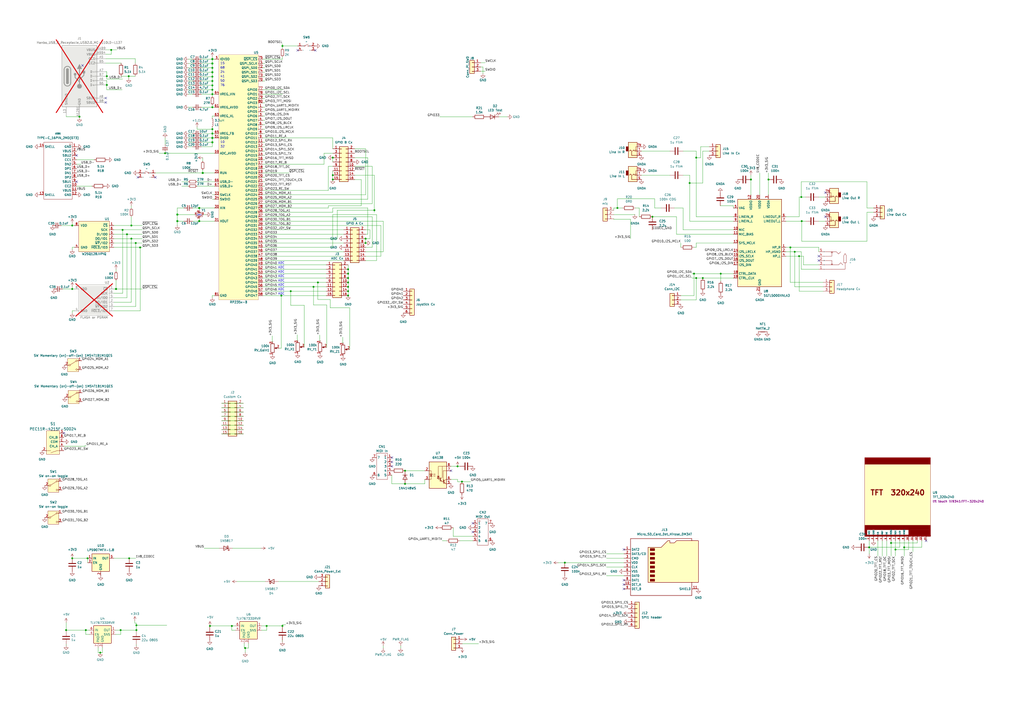
<source format=kicad_sch>
(kicad_sch (version 20231120) (generator "eeschema") (generator_version "8.0")
  (paper "A2")
  (title_block (title "MEML System Board") (rev "0.1"))
  (lib_symbols
    (symbol "+3V3_1" (power) (pin_numbers hide) (pin_names (offset 0) hide)
      (property "Value" "+3V3" (at 0 3.556 0))
      (symbol "+3V3_1_1_1"
        (pin power_in line (at 0 0 90) (length 0) (name "~") (number "1"))
      )
    )
    (symbol "+3V3_2" (power) (pin_numbers hide) (pin_names (offset 0) hide)
      (property "Value" "+3V3" (at 0 3.556 0))
      (symbol "+3V3_2_1_1"
        (pin power_in line (at 0 0 90) (length 0) (name "~") (number "1"))
      )
    )
    (symbol "+3V3_3" (power) (pin_numbers hide) (pin_names (offset 0) hide)
      (property "Value" "+3V3" (at 0 3.556 0))
      (symbol "+3V3_3_1_1"
        (pin power_in line (at 0 0 90) (length 0) (name "~") (number "1"))
      )
    )
    (symbol "+3V3_4" (power) (pin_numbers hide) (pin_names (offset 0) hide)
      (property "Value" "+3V3" (at 0 3.556 0))
      (symbol "+3V3_4_1_1"
        (pin power_in line (at 0 0 90) (length 0) (name "~") (number "1"))
      )
    )
    (symbol "+3V3_5" (power) (pin_numbers hide) (pin_names (offset 0) hide)
      (property "Value" "+3V3" (at 0 3.556 0))
      (symbol "+3V3_5_1_1"
        (pin power_in line (at 0 0 90) (length 0) (name "~") (number "1"))
      )
    )
    (symbol "+3V3_6" (power) (pin_numbers hide) (pin_names (offset 0) hide)
      (property "Value" "+3V3" (at 0 3.556 0))
      (symbol "+3V3_6_1_1"
        (pin power_in line (at 0 0 90) (length 0) (name "~") (number "1"))
      )
    )
    (symbol "+5V_1" (power) (pin_numbers hide) (pin_names (offset 0) hide)
      (property "Value" "+5V" (at 0 3.556 0))
      (symbol "+5V_1_1_1"
        (pin power_in line (at 0 0 90) (length 0) (name "~") (number "1"))
      )
    )
    (symbol "+5V_2" (power) (pin_numbers hide) (pin_names (offset 0) hide)
      (property "Value" "+5V" (at 0 3.556 0))
      (symbol "+5V_2_1_1"
        (pin power_in line (at 0 0 90) (length 0) (name "~") (number "1"))
      )
    )
    (symbol "Audio:SGTL5000XNLA3"
      (property "Reference" "U" (at 0 0 0))
      (property "Value" "SGTL5000XNLA3" (at -5.08 -27.94 0))
      (symbol "SGTL5000XNLA3_1_1"
        (pin output line (at 15.24 -2.54 180) (length 2.54) (name "HP_R") (number "1"))
        (pin input line (at -15.24 7.62 0) (length 2.54) (name "MIC") (number "10"))
        (pin input line (at -15.24 5.08 0) (length 2.54) (name "MIC_BIAS") (number "11"))
        (pin power_in line (at -5.08 27.94 270) (length 2.54) (name "VDDIO") (number "12"))
        (pin input line (at -15.24 0 0) (length 2.54) (name "SYS_MCLK") (number "13"))
        (pin input line (at -15.24 -5.08 0) (length 2.54) (name "I2S_LRCLK") (number "14"))
        (pin input line (at -15.24 -7.62 0) (length 2.54) (name "I2S_SCLK") (number "15"))
        (pin output line (at -15.24 -10.16 0) (length 2.54) (name "I2S_DOUT") (number "16"))
        (pin input line (at -15.24 -12.7 0) (length 2.54) (name "I2S_DIN") (number "17"))
        (pin input line (at -15.24 -17.78 0) (length 2.54) (name "CTRL_DATA") (number "18"))
        (pin input line (at -15.24 -20.32 0) (length 2.54) (name "CTRL_CLK") (number "19"))
        (pin power_out line (at 15.24 -5.08 180) (length 2.54) (name "HP_VGND") (number "2"))
        (pin power_in line (at 0 27.94 270) (length 2.54) (name "VDDD") (number "20"))
        (pin power_in line (at 0 -27.94 90) (length 2.54) (name "GND") (number "21"))
        (pin power_in line (at 5.08 27.94 270) (length 2.54) (name "VDDA") (number "3"))
        (pin output line (at 15.24 -7.62 180) (length 2.54) (name "HP_L") (number "4"))
        (pin passive line (at -15.24 20.32 0) (length 2.54) (name "VAG") (number "5"))
        (pin output line (at 15.24 15.24 180) (length 2.54) (name "LINEOUT_R") (number "6"))
        (pin output line (at 15.24 12.7 180) (length 2.54) (name "LINEOUT_L") (number "7"))
        (pin input line (at -15.24 15.24 0) (length 2.54) (name "LINEIN_R") (number "8"))
        (pin input line (at -15.24 12.7 0) (length 2.54) (name "LINEIN_L") (number "9"))
      )
    )
    (symbol "Connector:AudioJack2_SwitchT"
      (property "Reference" "J" (at 0 8.89 0))
      (property "Value" "AudioJack2_SwitchT" (at 0 6.35 0))
      (symbol "AudioJack2_SwitchT_1_1"
        (pin passive line (at 5.08 2.54 180) (length 2.54) (name "~") (number "S"))
        (pin passive line (at 5.08 0 180) (length 2.54) (name "~") (number "T"))
        (pin passive line (at 5.08 -2.54 180) (length 2.54) (name "~") (number "TN"))
      )
    )
    (symbol "Connector:Micro_SD_Card_Det_Hirose_DM3AT"
      (property "Reference" "J" (at -16.51 17.78 0))
      (property "Value" "Micro_SD_Card_Det_Hirose_DM3AT" (at 16.51 17.78 0))
      (symbol "Micro_SD_Card_Det_Hirose_DM3AT_1_1"
        (pin bidirectional line (at -22.86 10.16 0) (length 3.81) (name "DAT2") (number "1"))
        (pin passive line (at -22.86 -10.16 0) (length 3.81) (name "DET_A") (number "10"))
        (pin passive line (at 20.32 -12.7 180) (length 3.81) (name "SHIELD") (number "11"))
        (pin bidirectional line (at -22.86 7.62 0) (length 3.81) (name "DAT3/CD") (number "2"))
        (pin input line (at -22.86 5.08 0) (length 3.81) (name "CMD") (number "3"))
        (pin power_in line (at -22.86 2.54 0) (length 3.81) (name "VDD") (number "4"))
        (pin input line (at -22.86 0 0) (length 3.81) (name "CLK") (number "5"))
        (pin power_in line (at -22.86 -2.54 0) (length 3.81) (name "VSS") (number "6"))
        (pin bidirectional line (at -22.86 -5.08 0) (length 3.81) (name "DAT0") (number "7"))
        (pin bidirectional line (at -22.86 -7.62 0) (length 3.81) (name "DAT1") (number "8"))
        (pin passive line (at -22.86 -12.7 0) (length 3.81) (name "DET_B") (number "9"))
      )
    )
    (symbol "Connector_Generic:Conn_01x03" (pin_names (offset 1.016) hide)
      (property "Reference" "J" (at 0 5.08 0))
      (property "Value" "Conn_01x03" (at 0 -5.08 0))
      (symbol "Conn_01x03_1_1"
        (pin passive line (at -5.08 2.54 0) (length 3.81) (name "Pin_1") (number "1"))
        (pin passive line (at -5.08 0 0) (length 3.81) (name "Pin_2") (number "2"))
        (pin passive line (at -5.08 -2.54 0) (length 3.81) (name "Pin_3") (number "3"))
      )
    )
    (symbol "Connector_Generic:Conn_01x06" (pin_names (offset 1.016) hide)
      (property "Reference" "J" (at 0 7.62 0))
      (property "Value" "Conn_01x06" (at 0 -10.16 0))
      (symbol "Conn_01x06_1_1"
        (pin passive line (at -5.08 5.08 0) (length 3.81) (name "Pin_1") (number "1"))
        (pin passive line (at -5.08 2.54 0) (length 3.81) (name "Pin_2") (number "2"))
        (pin passive line (at -5.08 0 0) (length 3.81) (name "Pin_3") (number "3"))
        (pin passive line (at -5.08 -2.54 0) (length 3.81) (name "Pin_4") (number "4"))
        (pin passive line (at -5.08 -5.08 0) (length 3.81) (name "Pin_5") (number "5"))
        (pin passive line (at -5.08 -7.62 0) (length 3.81) (name "Pin_6") (number "6"))
      )
    )
    (symbol "Connector_Generic:Conn_02x08_Odd_Even" (pin_names (offset 1.016) hide)
      (property "Reference" "J" (at 1.27 10.16 0))
      (property "Value" "Conn_02x08_Odd_Even" (at 1.27 -12.7 0))
      (symbol "Conn_02x08_Odd_Even_1_1"
        (pin passive line (at -5.08 7.62 0) (length 3.81) (name "Pin_1") (number "1"))
        (pin passive line (at 7.62 -2.54 180) (length 3.81) (name "Pin_10") (number "10"))
        (pin passive line (at -5.08 -5.08 0) (length 3.81) (name "Pin_11") (number "11"))
        (pin passive line (at 7.62 -5.08 180) (length 3.81) (name "Pin_12") (number "12"))
        (pin passive line (at -5.08 -7.62 0) (length 3.81) (name "Pin_13") (number "13"))
        (pin passive line (at 7.62 -7.62 180) (length 3.81) (name "Pin_14") (number "14"))
        (pin passive line (at -5.08 -10.16 0) (length 3.81) (name "Pin_15") (number "15"))
        (pin passive line (at 7.62 -10.16 180) (length 3.81) (name "Pin_16") (number "16"))
        (pin passive line (at 7.62 7.62 180) (length 3.81) (name "Pin_2") (number "2"))
        (pin passive line (at -5.08 5.08 0) (length 3.81) (name "Pin_3") (number "3"))
        (pin passive line (at 7.62 5.08 180) (length 3.81) (name "Pin_4") (number "4"))
        (pin passive line (at -5.08 2.54 0) (length 3.81) (name "Pin_5") (number "5"))
        (pin passive line (at 7.62 2.54 180) (length 3.81) (name "Pin_6") (number "6"))
        (pin passive line (at -5.08 0 0) (length 3.81) (name "Pin_7") (number "7"))
        (pin passive line (at 7.62 0 180) (length 3.81) (name "Pin_8") (number "8"))
        (pin passive line (at -5.08 -2.54 0) (length 3.81) (name "Pin_9") (number "9"))
      )
    )
    (symbol "Device:C" (pin_numbers hide) (pin_names (offset 0.254))
      (property "Reference" "C" (at 0.635 2.54 0))
      (property "Value" "C" (at 0.635 -2.54 0))
      (symbol "C_1_1"
        (pin passive line (at 0 3.81 270) (length 2.794) (name "~") (number "1"))
        (pin passive line (at 0 -3.81 90) (length 2.794) (name "~") (number "2"))
      )
    )
    (symbol "Device:C_Small" (pin_numbers hide) (pin_names (offset 0.254) hide)
      (property "Reference" "C" (at 0.254 1.778 0))
      (property "Value" "C_Small" (at 0.254 -2.032 0))
      (symbol "C_Small_1_1"
        (pin passive line (at 0 2.54 270) (length 2.032) (name "~") (number "1"))
        (pin passive line (at 0 -2.54 90) (length 2.032) (name "~") (number "2"))
      )
    )
    (symbol "Device:Crystal_GND24_Small" (pin_names (offset 1.016) hide)
      (property "Reference" "Y" (at 1.27 4.445 0))
      (property "Value" "Crystal_GND24_Small" (at 1.27 2.54 0))
      (symbol "Crystal_GND24_Small_1_1"
        (pin passive line (at -2.54 0 0) (length 1.27) (name "1") (number "1"))
        (pin passive line (at 0 -2.54 90) (length 0.635) (name "2") (number "2"))
        (pin passive line (at 2.54 0 180) (length 1.27) (name "3") (number "3"))
        (pin passive line (at 0 2.54 270) (length 0.635) (name "4") (number "4"))
      )
    )
    (symbol "Device:LED" (pin_numbers hide) (pin_names (offset 1.016) hide)
      (property "Reference" "D" (at 0 2.54 0))
      (property "Value" "LED" (at 0 -2.54 0))
      (symbol "LED_1_1"
        (pin passive line (at -3.81 0 0) (length 2.54) (name "K") (number "1"))
        (pin passive line (at 3.81 0 180) (length 2.54) (name "A") (number "2"))
      )
    )
    (symbol "Device:L_Small" (pin_numbers hide) (pin_names (offset 0.254) hide)
      (property "Reference" "L" (at 0.762 1.016 0))
      (property "Value" "L_Small" (at 0.762 -1.016 0))
      (symbol "L_Small_1_1"
        (pin passive line (at 0 2.54 270) (length 0.508) (name "~") (number "1"))
        (pin passive line (at 0 -2.54 90) (length 0.508) (name "~") (number "2"))
      )
    )
    (symbol "Device:NetTie_2" (pin_numbers hide) (pin_names (offset 0) hide) (in_bom no)
      (property "Reference" "NT" (at 0 1.27 0))
      (property "Value" "NetTie_2" (at 0 -1.27 0))
      (symbol "NetTie_2_1_1"
        (pin passive line (at -2.54 0 0) (length 2.54) (name "1") (number "1"))
        (pin passive line (at 2.54 0 180) (length 2.54) (name "2") (number "2"))
      )
    )
    (symbol "Device:R" (pin_numbers hide) (pin_names (offset 0))
      (property "Reference" "R" (at 2.032 0 90))
      (property "Value" "R" (at 0 0 90))
      (symbol "R_1_1"
        (pin passive line (at 0 3.81 270) (length 1.27) (name "~") (number "1"))
        (pin passive line (at 0 -3.81 90) (length 1.27) (name "~") (number "2"))
      )
    )
    (symbol "Device:R_Potentiometer" (pin_names (offset 1.016) hide)
      (property "Reference" "RV" (at -4.445 0 90))
      (property "Value" "R_Potentiometer" (at -2.54 0 90))
      (symbol "R_Potentiometer_1_1"
        (pin passive line (at 0 3.81 270) (length 1.27) (name "1") (number "1"))
        (pin passive line (at 3.81 0 180) (length 1.27) (name "2") (number "2"))
        (pin passive line (at 0 -3.81 90) (length 1.27) (name "3") (number "3"))
      )
    )
    (symbol "Device:R_Small" (pin_numbers hide) (pin_names (offset 0.254) hide)
      (property "Reference" "R" (at 0.762 0.508 0))
      (property "Value" "R_Small" (at 0.762 -1.016 0))
      (symbol "R_Small_1_1"
        (pin passive line (at 0 2.54 270) (length 0.762) (name "~") (number "1"))
        (pin passive line (at 0 -2.54 90) (length 0.762) (name "~") (number "2"))
      )
    )
    (symbol "Diode:1N4148WS" (pin_numbers hide) (pin_names hide)
      (property "Reference" "D" (at 0 2.54 0))
      (property "Value" "1N4148WS" (at 0 -2.54 0))
      (symbol "1N4148WS_1_1"
        (pin passive line (at -3.81 0 0) (length 2.54) (name "K") (number "1"))
        (pin passive line (at 3.81 0 180) (length 2.54) (name "A") (number "2"))
      )
    )
    (symbol "Diode:1N5817" (pin_numbers hide) (pin_names (offset 1.016) hide)
      (property "Reference" "D" (at 0 2.54 0))
      (property "Value" "1N5817" (at 0 -2.54 0))
      (symbol "1N5817_1_1"
        (pin passive line (at -3.81 0 0) (length 2.54) (name "K") (number "1"))
        (pin passive line (at 3.81 0 180) (length 2.54) (name "A") (number "2"))
      )
    )
    (symbol "GND_1" (power) (pin_numbers hide) (pin_names (offset 0) hide)
      (property "Value" "GND" (at 0 -3.81 0))
      (symbol "GND_1_1_1"
        (pin power_in line (at 0 0 270) (length 0) (name "~") (number "1"))
      )
    )
    (symbol "GND_10" (power) (pin_numbers hide) (pin_names (offset 0) hide)
      (property "Value" "GND" (at 0 -3.81 0))
      (symbol "GND_10_1_1"
        (pin power_in line (at 0 0 270) (length 0) (name "~") (number "1"))
      )
    )
    (symbol "GND_11" (power) (pin_numbers hide) (pin_names (offset 0) hide)
      (property "Value" "GND" (at 0 -3.81 0))
      (symbol "GND_11_1_1"
        (pin power_in line (at 0 0 270) (length 0) (name "~") (number "1"))
      )
    )
    (symbol "GND_12" (power) (pin_numbers hide) (pin_names (offset 0) hide)
      (property "Value" "GND" (at 0 -3.81 0))
      (symbol "GND_12_1_1"
        (pin power_in line (at 0 0 270) (length 0) (name "~") (number "1"))
      )
    )
    (symbol "GND_13" (power) (pin_numbers hide) (pin_names (offset 0) hide)
      (property "Value" "GND" (at 0 -3.81 0))
      (symbol "GND_13_1_1"
        (pin power_in line (at 0 0 270) (length 0) (name "~") (number "1"))
      )
    )
    (symbol "GND_14" (power) (pin_numbers hide) (pin_names (offset 0) hide)
      (property "Value" "GND" (at 0 -3.81 0))
      (symbol "GND_14_1_1"
        (pin power_in line (at 0 0 270) (length 0) (name "~") (number "1"))
      )
    )
    (symbol "GND_17" (power) (pin_numbers hide) (pin_names (offset 0) hide)
      (property "Value" "GND" (at 0 -3.81 0))
      (symbol "GND_17_1_1"
        (pin power_in line (at 0 0 270) (length 0) (name "~") (number "1"))
      )
    )
    (symbol "GND_18" (power) (pin_numbers hide) (pin_names (offset 0) hide)
      (property "Value" "GND" (at 0 -3.81 0))
      (symbol "GND_18_1_1"
        (pin power_in line (at 0 0 270) (length 0) (name "~") (number "1"))
      )
    )
    (symbol "GND_19" (power) (pin_numbers hide) (pin_names (offset 0) hide)
      (property "Value" "GND" (at 0 -3.81 0))
      (symbol "GND_19_1_1"
        (pin power_in line (at 0 0 270) (length 0) (name "~") (number "1"))
      )
    )
    (symbol "GND_2" (power) (pin_numbers hide) (pin_names (offset 0) hide)
      (property "Value" "GND" (at 0 -3.81 0))
      (symbol "GND_2_1_1"
        (pin power_in line (at 0 0 270) (length 0) (name "~") (number "1"))
      )
    )
    (symbol "GND_20" (power) (pin_numbers hide) (pin_names (offset 0) hide)
      (property "Value" "GND" (at 0 -3.81 0))
      (symbol "GND_20_1_1"
        (pin power_in line (at 0 0 270) (length 0) (name "~") (number "1"))
      )
    )
    (symbol "GND_24" (power) (pin_numbers hide) (pin_names (offset 0) hide)
      (property "Value" "GND" (at 0 -3.81 0))
      (symbol "GND_24_1_1"
        (pin power_in line (at 0 0 270) (length 0) (name "~") (number "1"))
      )
    )
    (symbol "GND_25" (power) (pin_numbers hide) (pin_names (offset 0) hide)
      (property "Value" "GND" (at 0 -3.81 0))
      (symbol "GND_25_1_1"
        (pin power_in line (at 0 0 270) (length 0) (name "~") (number "1"))
      )
    )
    (symbol "GND_26" (power) (pin_numbers hide) (pin_names (offset 0) hide)
      (property "Value" "GND" (at 0 -3.81 0))
      (symbol "GND_26_1_1"
        (pin power_in line (at 0 0 270) (length 0) (name "~") (number "1"))
      )
    )
    (symbol "GND_27" (power) (pin_numbers hide) (pin_names (offset 0) hide)
      (property "Value" "GND" (at 0 -3.81 0))
      (symbol "GND_27_1_1"
        (pin power_in line (at 0 0 270) (length 0) (name "~") (number "1"))
      )
    )
    (symbol "GND_28" (power) (pin_numbers hide) (pin_names (offset 0) hide)
      (property "Value" "GND" (at 0 -3.81 0))
      (symbol "GND_28_1_1"
        (pin power_in line (at 0 0 270) (length 0) (name "~") (number "1"))
      )
    )
    (symbol "GND_29" (power) (pin_numbers hide) (pin_names (offset 0) hide)
      (property "Value" "GND" (at 0 -3.81 0))
      (symbol "GND_29_1_1"
        (pin power_in line (at 0 0 270) (length 0) (name "~") (number "1"))
      )
    )
    (symbol "GND_3" (power) (pin_numbers hide) (pin_names (offset 0) hide)
      (property "Value" "GND" (at 0 -3.81 0))
      (symbol "GND_3_1_1"
        (pin power_in line (at 0 0 270) (length 0) (name "~") (number "1"))
      )
    )
    (symbol "GND_30" (power) (pin_numbers hide) (pin_names (offset 0) hide)
      (property "Value" "GND" (at 0 -3.81 0))
      (symbol "GND_30_1_1"
        (pin power_in line (at 0 0 270) (length 0) (name "~") (number "1"))
      )
    )
    (symbol "GND_31" (power) (pin_numbers hide) (pin_names (offset 0) hide)
      (property "Value" "GND" (at 0 -3.81 0))
      (symbol "GND_31_1_1"
        (pin power_in line (at 0 0 270) (length 0) (name "~") (number "1"))
      )
    )
    (symbol "GND_32" (power) (pin_numbers hide) (pin_names (offset 0) hide)
      (property "Value" "GND" (at 0 -3.81 0))
      (symbol "GND_32_1_1"
        (pin power_in line (at 0 0 270) (length 0) (name "~") (number "1"))
      )
    )
    (symbol "GND_33" (power) (pin_numbers hide) (pin_names (offset 0) hide)
      (property "Value" "GND" (at 0 -3.81 0))
      (symbol "GND_33_1_1"
        (pin power_in line (at 0 0 270) (length 0) (name "~") (number "1"))
      )
    )
    (symbol "GND_34" (power) (pin_numbers hide) (pin_names (offset 0) hide)
      (property "Value" "GND" (at 0 -3.81 0))
      (symbol "GND_34_1_1"
        (pin power_in line (at 0 0 270) (length 0) (name "~") (number "1"))
      )
    )
    (symbol "GND_4" (power) (pin_numbers hide) (pin_names (offset 0) hide)
      (property "Value" "GND" (at 0 -3.81 0))
      (symbol "GND_4_1_1"
        (pin power_in line (at 0 0 270) (length 0) (name "~") (number "1"))
      )
    )
    (symbol "GND_5" (power) (pin_numbers hide) (pin_names (offset 0) hide)
      (property "Value" "GND" (at 0 -3.81 0))
      (symbol "GND_5_1_1"
        (pin power_in line (at 0 0 270) (length 0) (name "~") (number "1"))
      )
    )
    (symbol "GND_6" (power) (pin_numbers hide) (pin_names (offset 0) hide)
      (property "Value" "GND" (at 0 -3.81 0))
      (symbol "GND_6_1_1"
        (pin power_in line (at 0 0 270) (length 0) (name "~") (number "1"))
      )
    )
    (symbol "GND_7" (power) (pin_numbers hide) (pin_names (offset 0) hide)
      (property "Value" "GND" (at 0 -3.81 0))
      (symbol "GND_7_1_1"
        (pin power_in line (at 0 0 270) (length 0) (name "~") (number "1"))
      )
    )
    (symbol "GND_8" (power) (pin_numbers hide) (pin_names (offset 0) hide)
      (property "Value" "GND" (at 0 -3.81 0))
      (symbol "GND_8_1_1"
        (pin power_in line (at 0 0 270) (length 0) (name "~") (number "1"))
      )
    )
    (symbol "GND_9" (power) (pin_numbers hide) (pin_names (offset 0) hide)
      (property "Value" "GND" (at 0 -3.81 0))
      (symbol "GND_9_1_1"
        (pin power_in line (at 0 0 270) (length 0) (name "~") (number "1"))
      )
    )
    (symbol "Isolator:6N138" (pin_names (offset 1.016) hide)
      (property "Reference" "U" (at -4.064 8.89 0))
      (property "Value" "6N138" (at 2.286 8.89 0))
      (symbol "6N138_1_1"
        (pin no_connect line (at -5.08 5.08 0) (length 2.54) hide (name "NC") (number "1"))
        (pin passive line (at -7.62 2.54 0) (length 2.54) (name "C1") (number "2"))
        (pin passive line (at -7.62 -2.54 0) (length 2.54) (name "C2") (number "3"))
        (pin no_connect line (at -5.08 -5.08 0) (length 2.54) hide (name "NC") (number "4"))
        (pin passive line (at 7.62 -5.08 180) (length 2.54) (name "GND") (number "5"))
        (pin passive line (at 7.62 -2.54 180) (length 2.54) (name "VO2") (number "6"))
        (pin passive line (at 7.62 2.54 180) (length 2.54) (name "VO1") (number "7"))
        (pin passive line (at 7.62 5.08 180) (length 2.54) (name "VCC") (number "8"))
      )
    )
    (symbol "MCU_RaspberryPi:RP235x-B"
      (property "Reference" "U5" (at 10.16 67.31 0))
      (property "Value" "RP235x-B" (at 0 -77.47 0))
      (symbol "RP235x-B_0_0"
        (pin bidirectional line (at 13.97 35.56 180) (length 2.54) (name "GPIO4") (number "1"))
        (pin passive line (at -13.97 17.78 0) (length 2.54) hide (name "DVDD") (number "10"))
        (pin bidirectional line (at 13.97 15.24 180) (length 2.54) (name "GPIO12") (number "11"))
        (pin bidirectional line (at 13.97 12.7 180) (length 2.54) (name "GPIO13") (number "12"))
        (pin bidirectional line (at 13.97 10.16 180) (length 2.54) (name "GPIO14") (number "13"))
        (pin bidirectional line (at 13.97 7.62 180) (length 2.54) (name "GPIO15") (number "14"))
        (pin bidirectional line (at 13.97 5.08 180) (length 2.54) (name "GPIO16") (number "16"))
        (pin bidirectional line (at 13.97 2.54 180) (length 2.54) (name "GPIO17") (number "17"))
        (pin bidirectional line (at 13.97 0 180) (length 2.54) (name "GPIO18") (number "18"))
        (pin bidirectional line (at 13.97 -2.54 180) (length 2.54) (name "GPIO19") (number "19"))
        (pin bidirectional line (at 13.97 33.02 180) (length 2.54) (name "GPIO5") (number "2"))
        (pin bidirectional line (at 13.97 -5.08 180) (length 2.54) (name "GPIO20") (number "20"))
        (pin bidirectional line (at 13.97 -7.62 180) (length 2.54) (name "GPIO21") (number "21"))
        (pin bidirectional line (at 13.97 -10.16 180) (length 2.54) (name "GPIO22") (number "22"))
        (pin bidirectional line (at 13.97 -12.7 180) (length 2.54) (name "GPIO23") (number "23"))
        (pin passive line (at -13.97 63.5 0) (length 2.54) hide (name "IOVDD") (number "24"))
        (pin bidirectional line (at 13.97 -15.24 180) (length 2.54) (name "GPIO24") (number "25"))
        (pin bidirectional line (at 13.97 -17.78 180) (length 2.54) (name "GPIO25") (number "26"))
        (pin bidirectional line (at 13.97 -20.32 180) (length 2.54) (name "GPIO26") (number "27"))
        (pin bidirectional line (at 13.97 -22.86 180) (length 2.54) (name "GPIO27") (number "28"))
        (pin passive line (at -13.97 63.5 0) (length 2.54) hide (name "IOVDD") (number "29"))
        (pin bidirectional line (at 13.97 30.48 180) (length 2.54) (name "GPIO6") (number "3"))
        (pin input line (at -13.97 -22.86 0) (length 2.54) (name "XIN") (number "30"))
        (pin output line (at -13.97 -30.48 0) (length 2.54) (name "XOUT") (number "31"))
        (pin passive line (at -13.97 17.78 0) (length 2.54) hide (name "DVDD") (number "32"))
        (pin input line (at -13.97 -15.24 0) (length 2.54) (name "SWCLK") (number "33"))
        (pin bidirectional line (at -13.97 -17.78 0) (length 2.54) (name "SWDIO") (number "34"))
        (pin input line (at -13.97 -2.54 0) (length 2.54) (name "RUN") (number "35"))
        (pin bidirectional line (at 13.97 -25.4 180) (length 2.54) (name "GPIO28") (number "36"))
        (pin bidirectional line (at 13.97 -27.94 180) (length 2.54) (name "GPIO29") (number "37"))
        (pin bidirectional line (at 13.97 -30.48 180) (length 2.54) (name "GPIO30") (number "38"))
        (pin bidirectional line (at 13.97 -33.02 180) (length 2.54) (name "GPIO31") (number "39"))
        (pin bidirectional line (at 13.97 27.94 180) (length 2.54) (name "GPIO7") (number "4"))
        (pin bidirectional line (at 13.97 -35.56 180) (length 2.54) (name "GPIO32") (number "40"))
        (pin passive line (at -13.97 63.5 0) (length 2.54) hide (name "IOVDD") (number "41"))
        (pin bidirectional line (at 13.97 -38.1 180) (length 2.54) (name "GPIO33") (number "42"))
        (pin bidirectional line (at 13.97 -40.64 180) (length 2.54) (name "GPIO34") (number "43"))
        (pin bidirectional line (at 13.97 -43.18 180) (length 2.54) (name "GPIO35") (number "44"))
        (pin bidirectional line (at 13.97 -45.72 180) (length 2.54) (name "GPIO36") (number "45"))
        (pin bidirectional line (at 13.97 -48.26 180) (length 2.54) (name "GPIO37") (number "46"))
        (pin bidirectional line (at 13.97 -50.8 180) (length 2.54) (name "GPIO38") (number "47"))
        (pin bidirectional line (at 13.97 -53.34 180) (length 2.54) (name "GPIO39") (number "48"))
        (pin bidirectional line (at 13.97 -55.88 180) (length 2.54) (name "GPIO40") (number "49"))
        (pin power_in line (at -13.97 63.5 0) (length 2.54) (name "IOVDD") (number "5"))
        (pin passive line (at -13.97 63.5 0) (length 2.54) hide (name "IOVDD") (number "50"))
        (pin input line (at -13.97 17.78 0) (length 2.54) (name "DVDD") (number "51"))
        (pin bidirectional line (at 13.97 -58.42 180) (length 2.54) (name "GPIO41") (number "52"))
        (pin bidirectional line (at 13.97 -60.96 180) (length 2.54) (name "GPIO42") (number "53"))
        (pin bidirectional line (at 13.97 -63.5 180) (length 2.54) (name "GPIO43") (number "54"))
        (pin bidirectional line (at 13.97 -66.04 180) (length 2.54) (name "GPIO44") (number "55"))
        (pin bidirectional line (at 13.97 -68.58 180) (length 2.54) (name "GPIO45") (number "56"))
        (pin bidirectional line (at 13.97 -71.12 180) (length 2.54) (name "GPIO46") (number "57"))
        (pin bidirectional line (at 13.97 -73.66 180) (length 2.54) (name "GPIO47") (number "58"))
        (pin bidirectional line (at 13.97 25.4 180) (length 2.54) (name "GPIO8") (number "6"))
        (pin passive line (at -13.97 63.5 0) (length 2.54) hide (name "IOVDD") (number "60"))
        (pin passive line (at -13.97 -73.66 0) (length 2.54) hide (name "GND") (number "62"))
        (pin power_out line (at -13.97 30.48 0) (length 2.54) (name "VREG_XL") (number "63"))
        (pin power_in line (at -13.97 43.18 0) (length 2.54) (name "VREG_VIN") (number "64"))
        (pin bidirectional line (at -13.97 -7.62 0) (length 2.54) (name "USB_D-") (number "66"))
        (pin bidirectional line (at -13.97 -10.16 0) (length 2.54) (name "USB_D+") (number "67"))
        (pin passive line (at -13.97 63.5 0) (length 2.54) hide (name "IOVDD") (number "68"))
        (pin passive line (at -13.97 63.5 0) (length 2.54) hide (name "IOVDD") (number "69"))
        (pin bidirectional line (at 13.97 22.86 180) (length 2.54) (name "GPIO9") (number "7"))
        (pin bidirectional line (at 13.97 50.8 180) (length 2.54) (name "QSPI_SD3") (number "70"))
        (pin output line (at 13.97 60.96 180) (length 2.54) (name "QSPI_SCLK") (number "71"))
        (pin bidirectional line (at 13.97 58.42 180) (length 2.54) (name "QSPI_SD0") (number "72"))
        (pin bidirectional line (at 13.97 53.34 180) (length 2.54) (name "QSPI_SD2") (number "73"))
        (pin bidirectional line (at 13.97 55.88 180) (length 2.54) (name "QSPI_SD1") (number "74"))
        (pin passive line (at -13.97 63.5 0) (length 2.54) hide (name "IOVDD") (number "76"))
        (pin bidirectional line (at 13.97 45.72 180) (length 2.54) (name "GPIO0") (number "77"))
        (pin bidirectional line (at 13.97 43.18 180) (length 2.54) (name "GPIO1") (number "78"))
        (pin bidirectional line (at 13.97 40.64 180) (length 2.54) (name "GPIO2") (number "79"))
        (pin bidirectional line (at 13.97 20.32 180) (length 2.54) (name "GPIO10") (number "8"))
        (pin bidirectional line (at 13.97 38.1 180) (length 2.54) (name "GPIO3") (number "80"))
        (pin power_in line (at -13.97 -73.66 0) (length 2.54) (name "GND") (number "81"))
        (pin bidirectional line (at 13.97 17.78 180) (length 2.54) (name "GPIO11") (number "9"))
      )
      (symbol "RP235x-B_1_0"
        (pin passive line (at -13.97 63.5 0) (length 2.54) hide (name "IOVDD") (number "15"))
        (pin input line (at -13.97 35.56 0) (length 2.54) (name "VREG_AVDD") (number "61"))
        (pin input line (at -13.97 20.32 0) (length 2.54) (name "VREG_FB") (number "65"))
        (pin input line (at 13.97 63.5 180) (length 2.54) (name "~{QSPI_CS}") (number "75"))
      )
      (symbol "RP235x-B_1_1"
        (pin power_in line (at -13.97 8.89 0) (length 2.54) (name "ADC_AVDD") (number "59"))
      )
    )
    (symbol "Memory_Flash_Extra:W25Q64JV" (pin_names (offset 1.016))
      (property "Reference" "U" (at 8.89 10.16 0))
      (property "Value" "W25Q64JV" (at 0 -10.16 0))
      (symbol "W25Q64JV_1_1"
        (pin input line (at 11.43 6.35 180) (length 2.54) (name "~{CS}") (number "1"))
        (pin bidirectional line (at 11.43 -1.27 180) (length 2.54) (name "DO/IO1") (number "2"))
        (pin bidirectional line (at 11.43 -3.81 180) (length 2.54) (name "~{WP}/IO2") (number "3"))
        (pin power_in line (at -11.43 -6.35 0) (length 2.54) (name "GND") (number "4"))
        (pin bidirectional line (at 11.43 1.27 180) (length 2.54) (name "DI/IO0") (number "5"))
        (pin input line (at 11.43 3.81 180) (length 2.54) (name "SCK") (number "6"))
        (pin bidirectional line (at 11.43 -6.35 180) (length 2.54) (name "~{HOLD}/IO3") (number "7"))
        (pin power_in line (at -11.43 6.35 0) (length 2.54) (name "VDD") (number "8"))
        (pin passive line (at -11.43 -6.35 0) (length 2.54) hide (name "GND") (number "9"))
      )
    )
    (symbol "Regulator_Linear:LP5907MFX-1.8"
      (property "Reference" "U" (at -3.81 6.35 0))
      (property "Value" "LP5907MFX-1.8" (at 6.35 6.35 0))
      (symbol "LP5907MFX-1.8_0_1"
        (pin power_in line (at -7.62 2.54 0) (length 2.54) (name "IN") (number "1"))
        (pin power_in line (at 0 -7.62 90) (length 2.54) (name "GND") (number "2"))
        (pin input line (at -7.62 0 0) (length 2.54) (name "EN") (number "3"))
        (pin no_connect line (at 5.08 0 180) (length 2.54) hide (name "NC") (number "4"))
        (pin power_out line (at 7.62 2.54 180) (length 2.54) (name "OUT") (number "5"))
      )
    )
    (symbol "Regulator_Linear:TLV76733DRVx"
      (property "Reference" "U" (at 0 8.89 0))
      (property "Value" "TLV76733DRVx" (at 0 6.35 0))
      (symbol "TLV76733DRVx_1_1"
        (pin power_out line (at 7.62 2.54 180) (length 2.54) (name "OUT") (number "1"))
        (pin input line (at 7.62 0 180) (length 2.54) (name "SNS") (number "2"))
        (pin power_in line (at 0 -7.62 90) (length 2.54) (name "GND") (number "3"))
        (pin input line (at -7.62 0 0) (length 2.54) (name "EN") (number "4"))
        (pin passive line (at 0 -7.62 90) (length 2.54) hide (name "GND") (number "5"))
        (pin power_in line (at -7.62 2.54 0) (length 2.54) (name "IN") (number "6"))
        (pin passive line (at -2.54 -7.62 90) (length 2.54) (name "PAD") (number "7"))
      )
    )
    (symbol "Switch:SW_SPDT" (pin_names (offset 0) hide)
      (property "Reference" "SW" (at 0 5.08 0))
      (property "Value" "SW_SPDT" (at 0 -5.08 0))
      (symbol "SW_SPDT_1_1"
        (pin passive line (at 5.08 2.54 180) (length 2.54) (name "A") (number "1"))
        (pin passive line (at -5.08 0 0) (length 2.54) (name "B") (number "2"))
        (pin passive line (at 5.08 -2.54 180) (length 2.54) (name "C") (number "3"))
      )
    )
    (symbol "W25Q64JV_1" (pin_names (offset 1.016))
      (property "Reference" "U2" (at 8.89 10.16 0))
      (property "Value" "FLASH or PSRAM" (at 0 -10.16 0))
      (symbol "W25Q64JV_1_1_1"
        (pin input line (at 11.43 6.35 180) (length 2.54) (name "~{CS}") (number "1"))
        (pin bidirectional line (at 11.43 -1.27 180) (length 2.54) (name "DO/IO1") (number "2"))
        (pin bidirectional line (at 11.43 -3.81 180) (length 2.54) (name "~{WP}/IO2") (number "3"))
        (pin power_in line (at -11.43 -6.35 0) (length 2.54) (name "GND") (number "4"))
        (pin bidirectional line (at 11.43 1.27 180) (length 2.54) (name "DI/IO0") (number "5"))
        (pin input line (at 11.43 3.81 180) (length 2.54) (name "SCK") (number "6"))
        (pin bidirectional line (at 11.43 -6.35 180) (length 2.54) (name "~{HOLD}/IO3") (number "7"))
        (pin power_in line (at -11.43 6.35 0) (length 2.54) (name "VDD") (number "8"))
      )
    )
    (symbol "dk_Encoders:PEC11R-4215F-S0024" (pin_names (offset 1.016))
      (property "Reference" "S" (at -1.27 5.715 0))
      (property "Value" "PEC11R-4215F-S0024" (at -1.27 -9.906 0))
      (symbol "PEC11R-4215F-S0024_1_1"
        (pin bidirectional line (at -7.62 2.54 0) (length 2.54) (name "~") (number "1"))
        (pin bidirectional line (at 5.08 2.54 180) (length 2.54) (name "~") (number "2"))
        (pin unspecified line (at -7.62 -7.62 0) (length 2.54) (name "~") (number "3"))
        (pin bidirectional line (at -7.62 0 0) (length 2.54) (name "CH_A") (number "A"))
        (pin bidirectional line (at -7.62 -5.08 0) (length 2.54) (name "CH_B") (number "B"))
        (pin input line (at -7.62 -2.54 0) (length 2.54) (name "COM") (number "C"))
      )
    )
    (symbol "emutelab:DIN-504B-M10"
      (property "Reference" "CN" (at 0 0 0))
      (symbol "DIN-504B-M10_1_0"
        (pin unspecified line (at -6.35 5.08 0) (length 2.54) (name "1") (number "1"))
        (pin unspecified line (at -6.35 2.54 0) (length 2.54) (name "2") (number "2"))
        (pin unspecified line (at -6.35 0 0) (length 2.54) (name "3") (number "3"))
        (pin unspecified line (at -6.35 -2.54 0) (length 2.54) (name "4") (number "4"))
        (pin unspecified line (at -6.35 -5.08 0) (length 2.54) (name "5") (number "5"))
        (pin unspecified line (at 5.08 -5.08 180) (length 2.54) (name "6") (number "6"))
        (pin unspecified line (at 5.08 5.08 180) (length 2.54) (name "7") (number "7"))
      )
    )
    (symbol "emutelab:Hanbo_USB_C_Receptacle_USB2.0_MC-110LD-L137" (pin_names (offset 1.016))
      (property "Reference" "J" (at -10.16 19.05 0))
      (property "Value" "Hanbo_USB_C_Receptacle_USB2.0_MC-110LD-L137" (at 25.4 24.13 0))
      (symbol "Hanbo_USB_C_Receptacle_USB2.0_MC-110LD-L137_1_1"
        (pin passive line (at -7.62 -22.86 90) (length 5.08) (name "SHIELD") (number "13"))
        (pin passive line (at 0 -22.86 90) (length 5.08) (name "GND") (number "A12B1"))
        (pin passive line (at 0 -22.86 90) (length 5.08) hide (name "GND") (number "A1B12"))
        (pin passive line (at 15.24 15.24 180) (length 5.08) (name "VBUS") (number "A4B9"))
        (pin bidirectional line (at 15.24 10.16 180) (length 5.08) (name "CC1") (number "A5"))
        (pin bidirectional line (at 15.24 -2.54 180) (length 5.08) (name "D+") (number "A6"))
        (pin bidirectional line (at 15.24 2.54 180) (length 5.08) (name "D-") (number "A7"))
        (pin bidirectional line (at 15.24 -12.7 180) (length 5.08) (name "SBU1") (number "A8"))
        (pin passive line (at 15.24 12.7 180) (length 5.08) (name "VBUS") (number "A9B4"))
        (pin bidirectional line (at 15.24 7.62 180) (length 5.08) (name "CC2") (number "B5"))
        (pin bidirectional line (at 15.24 -5.08 180) (length 5.08) (name "D+") (number "B6"))
        (pin bidirectional line (at 15.24 0 180) (length 5.08) (name "D-") (number "B7"))
        (pin bidirectional line (at 15.24 -15.24 180) (length 5.08) (name "SBU2") (number "B8"))
      )
    )
    (symbol "emutelab:K2-1102AQ-C4CW-01"
      (property "Reference" "SW" (at 0 0 0))
      (symbol "K2-1102AQ-C4CW-01_1_0"
        (pin input line (at -5.08 1.27 0) (length 2.54) (name "1") (number "1"))
        (pin input line (at 5.08 1.27 180) (length 2.54) (name "2") (number "2"))
        (pin input line (at 5.08 -1.27 180) (length 2.54) (name "3") (number "3"))
        (pin input line (at -5.08 -1.27 0) (length 2.54) (name "4") (number "4"))
      )
    )
    (symbol "emutelab:PJ-325M/3.5MM"
      (property "Reference" "J" (at 0 0 0))
      (symbol "PJ-325M/3.5MM_1_0"
        (pin input line (at 7.62 5.08 180) (length 2.54) (name "1") (number "1"))
        (pin input line (at 7.62 0 180) (length 2.54) (name "2") (number "2"))
        (pin input line (at 7.62 2.54 180) (length 2.54) (name "3") (number "3"))
        (pin input line (at 7.62 -2.54 180) (length 2.54) (name "4") (number "4"))
        (pin input line (at 7.62 -5.08 180) (length 2.54) (name "5") (number "5"))
      )
    )
    (symbol "emutelab:TYPE-C_16PIN_2MD(073)"
      (property "Reference" "USB2" (at -8.89 16.51 0))
      (property "Value" "TYPE-C_16PIN_2MD(073)" (at -8.89 -19.05 0))
      (symbol "TYPE-C_16PIN_2MD(073)_1_0"
        (pin input line (at -11.43 13.97 0) (length 2.54) (name "GND") (number "1"))
        (pin input line (at -11.43 -8.89 0) (length 2.54) (name "CC2") (number "10"))
        (pin input line (at -11.43 -11.43 0) (length 2.54) (name "VBUS") (number "11"))
        (pin input line (at -11.43 -13.97 0) (length 2.54) (name "GND") (number "12"))
        (pin input line (at 10.16 -13.97 180) (length 2.54) (name "SHELL") (number "13"))
        (pin input line (at 10.16 13.97 180) (length 2.54) (name "SHELL") (number "14"))
        (pin input line (at -11.43 11.43 0) (length 2.54) (name "VBUS") (number "2"))
        (pin input line (at -11.43 8.89 0) (length 2.54) (name "SBU2") (number "3"))
        (pin input line (at -11.43 6.35 0) (length 2.54) (name "CC1") (number "4"))
        (pin input line (at -11.43 3.81 0) (length 2.54) (name "DN2") (number "5"))
        (pin input line (at -11.43 1.27 0) (length 2.54) (name "DP1") (number "6"))
        (pin input line (at -11.43 -1.27 0) (length 2.54) (name "DN1") (number "7"))
        (pin input line (at -11.43 -3.81 0) (length 2.54) (name "DP2") (number "8"))
        (pin input line (at -11.43 -6.35 0) (length 2.54) (name "SBU1") (number "9"))
      )
    )
    (symbol "power:+1V1" (power) (pin_numbers hide) (pin_names (offset 0) hide)
      (property "Value" "+1V1" (at 0 3.556 0))
      (symbol "+1V1_1_1"
        (pin power_in line (at 0 0 90) (length 0) (name "~") (number "1"))
      )
    )
    (symbol "power:+3.3V" (power) (pin_names (offset 0))
      (property "Value" "+3.3V" (at 0 3.556 0))
      (symbol "+3.3V_1_1"
        (pin power_in line (at 0 0 90) (length 0) hide (name "+3V3") (number "1"))
      )
    )
    (symbol "power:+3V3" (power) (pin_names (offset 0))
      (property "Value" "+3V3" (at 0 3.556 0))
      (symbol "+3V3_1_1"
        (pin power_in line (at 0 0 90) (length 0) hide (name "+3V3") (number "1"))
      )
    )
    (symbol "power:+5V" (power) (pin_names (offset 0))
      (property "Value" "+5V" (at 0 3.556 0))
      (symbol "+5V_1_1"
        (pin power_in line (at 0 0 90) (length 0) hide (name "+5V") (number "1"))
      )
    )
    (symbol "power:GND" (power) (pin_names (offset 0))
      (property "Value" "GND" (at 0 -3.81 0))
      (symbol "GND_1_1"
        (pin power_in line (at 0 0 270) (length 0) hide (name "GND") (number "1"))
      )
    )
    (symbol "power:GNDA" (power) (pin_numbers hide) (pin_names (offset 0) hide)
      (property "Value" "GNDA" (at 0 -3.81 0))
      (symbol "GNDA_1_1"
        (pin power_in line (at 0 0 270) (length 0) (name "~") (number "1"))
      )
    )
    (symbol "power:PWR_FLAG" (power) (pin_numbers hide) (pin_names (offset 0) hide)
      (property "Value" "PWR_FLAG" (at 0 3.81 0))
      (symbol "PWR_FLAG_0_0"
        (pin power_out line (at 0 0 90) (length 0) (name "pwr") (number "1"))
      )
    )
    (symbol "tft_320x240:TFT_320x240" (pin_names (offset 1.016))
      (property "Reference" "U?" (at 20.32 25.4001 0))
      (property "Value" "TFT_320x240" (at 20.32 22.8601 0))
      (property "Footprint" "z_Devices:TFT-320x240" (at 20.32 20.3201 0))
      (symbol "TFT_320x240_0_0"
        (text "TFT  320x240" (at 0 25.4 0) (effects (font (size 2.9972 2.9972) (bold yes))))
      )
      (symbol "TFT_320x240_1_1"
        (pin power_in line (at -16.51 -2.54 90) (length 2.54) (name "VCC") (number "1"))
        (pin bidirectional line (at 6.35 -2.54 90) (length 2.54) (name "~") (number "10"))
        (pin bidirectional line (at 8.89 -2.54 90) (length 2.54) (name "~") (number "11"))
        (pin bidirectional line (at 11.43 -2.54 90) (length 2.54) (name "~") (number "12"))
        (pin bidirectional line (at 13.97 -2.54 90) (length 2.54) (name "~") (number "13"))
        (pin bidirectional line (at 16.51 -2.54 90) (length 2.54) (name "~") (number "14"))
        (pin bidirectional line (at -13.97 -2.54 90) (length 2.54) (name "GND") (number "2"))
        (pin bidirectional line (at -11.43 -2.54 90) (length 2.54) (name "CS") (number "3"))
        (pin bidirectional line (at -8.89 -2.54 90) (length 2.54) (name "RST") (number "4"))
        (pin bidirectional line (at -6.35 -2.54 90) (length 2.54) (name "DC") (number "5"))
        (pin bidirectional line (at -3.81 -2.54 90) (length 2.54) (name "MOSI") (number "6"))
        (pin bidirectional line (at -1.27 -2.54 90) (length 2.54) (name "SCK") (number "7"))
        (pin power_in line (at 1.27 -2.54 90) (length 2.54) (name "LED") (number "8"))
        (pin bidirectional line (at 3.81 -2.54 90) (length 2.54) (name "MISO") (number "9"))
      )
    )
  )
  (junction (at 403.86 91.44))
  (junction (at 181.864 166.37))
  (junction (at 123.19 36.83) (diameter 1.016))
  (junction (at 201.93 163.83))
  (junction (at 81.28 143.51))
  (junction (at 123.19 52.07))
  (junction (at 234.95 280.67))
  (junction (at 123.19 82.55) (diameter 1.016))
  (junction (at 73.66 135.89))
  (junction (at 163.195 171.45))
  (junction (at 519.43 318.77))
  (junction (at 61.976 44.196))
  (junction (at 123.19 49.53))
  (junction (at 193.04 91.44))
  (junction (at 115.57 128.27) (diameter 1.016))
  (junction (at 407.67 161.29))
  (junction (at 123.19 34.29) (diameter 1.016))
  (junction (at 193.04 104.14))
  (junction (at 123.19 41.91) (diameter 1.016))
  (junction (at 378.46 125.73))
  (junction (at 193.04 101.6))
  (junction (at 234.95 273.05))
  (junction (at 201.93 156.21))
  (junction (at 201.93 158.75))
  (junction (at 64.516 28.956))
  (junction (at 168.656 168.91))
  (junction (at 102.87 124.46) (diameter 1.016))
  (junction (at 142.24 375.92))
  (junction (at 201.93 171.45))
  (junction (at 201.93 166.37))
  (junction (at 201.93 161.29))
  (junction (at 123.19 39.37))
  (junction (at 461.01 146.05))
  (junction (at 445.77 104.14))
  (junction (at 46.101 67.691))
  (junction (at 78.74 140.97))
  (junction (at 267.97 279.4))
  (junction (at 74.93 323.85))
  (junction (at 463.55 148.59))
  (junction (at 358.14 120.65))
  (junction (at 212.09 138.43))
  (junction (at 95.758 88.9))
  (junction (at 123.19 80.01) (diameter 1.016))
  (junction (at 71.12 133.35))
  (junction (at 67.31 167.64) (diameter 1.016))
  (junction (at 465.074 128.27))
  (junction (at 201.93 168.91))
  (junction (at 123.19 46.99))
  (junction (at 76.2 130.81))
  (junction (at 123.19 77.47))
  (junction (at 217.17 121.92))
  (junction (at 123.19 74.93))
  (junction (at 504.19 317.5))
  (junction (at 115.57 120.65) (diameter 1.016))
  (junction (at 123.19 62.23))
  (junction (at 184.404 163.83))
  (junction (at 102.87 128.27) (diameter 1.016))
  (junction (at 163.83 363.093))
  (junction (at 524.51 317.5))
  (junction (at 79.121 365.506))
  (junction (at 327.66 326.39))
  (junction (at 400.05 106.172))
  (junction (at 117.602 100.33) (diameter 1.016))
  (junction (at 121.793 363.093))
  (junction (at 418.084 158.75))
  (junction (at 458.47 143.51))
  (junction (at 123.19 54.61))
  (junction (at 69.977 365.506))
  (junction (at 163.83 26.67))
  (junction (at 41.91 130.81))
  (junction (at 516.89 314.96))
  (junction (at 134.493 363.093))
  (junction (at 402.59 158.75))
  (junction (at 49.784 365.506))
  (junction (at 435.61 104.14))
  (junction (at 41.91 167.64))
  (junction (at 61.976 49.276))
  (junction (at 79.121 362.712))
  (junction (at 464.82 114.3))
  (junction (at 50.8 323.85))
  (junction (at 58.166 378.587))
  (junction (at 154.686 363.093))
  (junction (at 403.86 161.29))
  (junction (at 212.09 140.97))
  (junction (at 74.676 44.196))
  (junction (at 41.91 323.85))
  (junction (at 123.19 44.45))
  (junction (at 76.2 138.43))
  (junction (at 265.43 270.51))
  (junction (at 38.354 365.506))
  (no_connect (at 478.79 125.73))
  (no_connect (at 537.21 313.69))
  (no_connect (at 61.341 59.436))
  (no_connect (at 182.88 29.21))
  (no_connect (at 361.95 341.63))
  (no_connect (at 274.32 308.61))
  (no_connect (at 172.72 29.21))
  (no_connect (at 227.33 270.51))
  (no_connect (at 37.084 251.206))
  (no_connect (at 61.341 56.896))
  (no_connect (at 274.32 303.53))
  (no_connect (at 361.95 318.77))
  (no_connect (at 478.79 111.76))
  (no_connect (at 47.879 37.973))
  (no_connect (at 80.01 102.87))
  (no_connect (at 361.95 339.09))
  (no_connect (at 474.98 151.13))
  (no_connect (at 227.33 265.43))
  (no_connect (at 361.95 336.55))
  (no_connect (at 90.17 102.87))
  (no_connect (at 261.62 273.05))
  (no_connect (at 474.98 148.59))
  (no_connect (at 44.45 105.41))
  (no_connect (at 227.33 267.97))
  (no_connect (at 44.45 90.17))
  (wire (pts (xy 217.17 121.92) (xy 217.17 101.6)))
  (wire (pts (xy 193.04 120.65) (xy 213.36 120.65)))
  (wire (pts (xy 61.976 52.07) (xy 70.866 52.07)))
  (wire (pts (xy 66.04 175.26) (xy 76.2 175.26)))
  (wire (pts (xy 403.86 87.63) (xy 403.86 91.44)))
  (wire (pts (xy 152.4 67.31) (xy 153.67 67.31)))
  (wire (pts (xy 218.44 124.46) (xy 218.44 151.13)))
  (wire (pts (xy 36.322 167.64) (xy 41.91 167.64)))
  (wire (pts (xy 193.04 99.06) (xy 193.04 101.6)))
  (wire (pts (xy 76.2 119.38) (xy 76.2 120.65)))
  (wire (pts (xy 71.12 133.35) (xy 71.12 170.18)))
  (wire (pts (xy 109.22 85.09) (xy 111.76 85.09)))
  (wire (pts (xy 123.19 115.57) (xy 124.46 115.57)))
  (wire (pts (xy 168.656 168.91) (xy 189.23 168.91)))
  (wire (pts (xy 121.793 363.474) (xy 121.793 363.093)))
  (wire (pts (xy 41.91 167.64) (xy 41.91 166.37)))
  (wire (pts (xy 66.04 135.89) (xy 73.66 135.89)))
  (wire (pts (xy 504.19 317.5) (xy 504.19 313.69)))
  (wire (pts (xy 123.19 34.29) (xy 124.46 34.29)))
  (wire (pts (xy 403.86 91.44) (xy 403.86 125.73)))
  (wire (pts (xy 198.755 198.882) (xy 199.009 198.882)))
  (wire (pts (xy 123.19 39.37) (xy 123.19 41.91)))
  (wire (pts (xy 102.87 128.27) (xy 102.87 130.81)))
  (wire (pts (xy 109.22 41.91) (xy 111.76 41.91)))
  (wire (pts (xy 154.686 365.633) (xy 154.686 363.093)))
  (wire (pts (xy 514.35 322.58) (xy 514.35 313.69)))
  (wire (pts (xy 116.84 44.45) (xy 123.19 44.45)))
  (wire (pts (xy 49.276 258.826) (xy 37.084 258.826)))
  (wire (pts (xy 76.2 130.81) (xy 76.2 125.73)))
  (wire (pts (xy 152.4 34.29) (xy 163.83 34.29)))
  (wire (pts (xy 406.4 91.44) (xy 406.4 85.09)))
  (wire (pts (xy 152.4 97.79) (xy 153.67 97.79)))
  (wire (pts (xy 372.11 87.63) (xy 388.62 87.63)))
  (wire (pts (xy 123.19 73.66) (xy 123.19 74.93)))
  (wire (pts (xy 440.69 100.33) (xy 440.69 113.03)))
  (wire (pts (xy 123.19 54.61) (xy 123.19 55.88)))
  (wire (pts (xy 66.04 133.35) (xy 71.12 133.35)))
  (wire (pts (xy 128.524 241.554) (xy 141.224 241.554)))
  (wire (pts (xy 128.524 246.634) (xy 141.224 246.634)))
  (wire (pts (xy 109.22 80.01) (xy 111.76 80.01)))
  (wire (pts (xy 458.47 143.51) (xy 474.98 143.51)))
  (wire (pts (xy 464.82 114.3) (xy 467.36 114.3)))
  (wire (pts (xy 465.074 139.954) (xy 465.074 128.27)))
  (wire (pts (xy 41.91 180.34) (xy 41.91 181.61)))
  (wire (pts (xy 163.195 171.45) (xy 189.23 171.45)))
  (wire (pts (xy 176.53 201.295) (xy 176.53 177.165)))
  (wire (pts (xy 255.016 67.818) (xy 274.193 67.818)))
  (wire (pts (xy 403.86 173.99) (xy 394.97 173.99)))
  (wire (pts (xy 152.4 143.51) (xy 193.04 143.51)))
  (wire (pts (xy 504.19 317.5) (xy 521.97 317.5)))
  (wire (pts (xy 152.4 100.33) (xy 167.64 100.33)))
  (wire (pts (xy 209.55 119.38) (xy 209.55 104.14)))
  (wire (pts (xy 527.05 318.77) (xy 527.05 313.69)))
  (wire (pts (xy 519.43 318.77) (xy 519.43 313.69)))
  (wire (pts (xy 394.97 171.45) (xy 402.59 171.45)))
  (wire (pts (xy 217.17 123.19) (xy 217.17 121.92)))
  (wire (pts (xy 215.9 118.11) (xy 215.9 96.52)))
  (wire (pts (xy 265.43 279.4) (xy 265.43 278.13)))
  (wire (pts (xy 123.19 171.45) (xy 123.19 172.72)))
  (wire (pts (xy 79.121 365.506) (xy 79.121 366.268)))
  (wire (pts (xy 195.58 138.43) (xy 195.58 121.92)))
  (wire (pts (xy 201.93 161.29) (xy 201.93 163.83)))
  (wire (pts (xy 418.084 158.75) (xy 425.45 158.75)))
  (wire (pts (xy 187.96 88.9) (xy 193.04 88.9)))
  (wire (pts (xy 351.79 323.85) (xy 361.95 323.85)))
  (wire (pts (xy 61.976 45.847) (xy 71.12 45.847)))
  (wire (pts (xy 66.04 167.64) (xy 67.31 167.64)))
  (wire (pts (xy 519.43 322.58) (xy 519.43 318.77)))
  (wire (pts (xy 61.341 36.576) (xy 70.231 36.576)))
  (wire (pts (xy 102.87 124.46) (xy 102.87 128.27)))
  (wire (pts (xy 109.22 49.53) (xy 111.76 49.53)))
  (wire (pts (xy 123.19 36.83) (xy 123.19 39.37)))
  (wire (pts (xy 396.24 87.63) (xy 403.86 87.63)))
  (wire (pts (xy 461.01 166.37) (xy 477.52 166.37)))
  (wire (pts (xy 82.55 167.64) (xy 67.31 167.64)))
  (wire (pts (xy 351.79 334.01) (xy 361.95 334.01)))
  (wire (pts (xy 193.04 101.6) (xy 193.04 104.14)))
  (wire (pts (xy 234.95 273.05) (xy 246.38 273.05)))
  (wire (pts (xy 191.516 173.736) (xy 184.404 173.736)))
  (wire (pts (xy 123.19 67.31) (xy 123.19 68.58)))
  (wire (pts (xy 152.4 54.61) (xy 163.83 54.61)))
  (wire (pts (xy 406.4 91.44) (xy 403.86 91.44)))
  (wire (pts (xy 116.84 34.29) (xy 123.19 34.29)))
  (wire (pts (xy 152.4 59.69) (xy 153.67 59.69)))
  (wire (pts (xy 61.976 44.196) (xy 61.341 44.196)))
  (wire (pts (xy 41.91 167.64) (xy 43.18 167.64)))
  (wire (pts (xy 402.59 158.75) (xy 418.084 158.75)))
  (wire (pts (xy 212.09 86.36) (xy 205.74 86.36)))
  (wire (pts (xy 521.97 317.5) (xy 521.97 313.69)))
  (wire (pts (xy 117.602 91.44) (xy 117.602 93.472)))
  (wire (pts (xy 105.41 105.41) (xy 109.22 105.41)))
  (wire (pts (xy 458.47 143.51) (xy 458.47 163.83)))
  (wire (pts (xy 116.84 85.09) (xy 123.19 85.09)))
  (wire (pts (xy 95.758 88.9) (xy 124.46 88.9)))
  (wire (pts (xy 124.46 171.45) (xy 123.19 171.45)))
  (wire (pts (xy 417.83 119.38) (xy 425.45 119.38)))
  (wire (pts (xy 504.19 321.31) (xy 504.19 317.5)))
  (wire (pts (xy 163.195 201.93) (xy 163.195 171.45)))
  (wire (pts (xy 61.976 46.736) (xy 61.976 49.276)))
  (wire (pts (xy 43.18 130.81) (xy 41.91 130.81)))
  (wire (pts (xy 49.276 258.572) (xy 49.276 258.826)))
  (wire (pts (xy 213.36 135.89) (xy 212.09 135.89)))
  (wire (pts (xy 49.784 368.046) (xy 49.784 365.506)))
  (wire (pts (xy 168.656 177.165) (xy 168.656 168.91)))
  (wire (pts (xy 152.4 110.49) (xy 190.5 110.49)))
  (wire (pts (xy 109.22 44.45) (xy 111.76 44.45)))
  (wire (pts (xy 262.89 311.15) (xy 262.89 306.07)))
  (wire (pts (xy 78.74 140.97) (xy 78.74 177.8)))
  (wire (pts (xy 152.4 151.13) (xy 199.39 151.13)))
  (wire (pts (xy 212.09 113.03) (xy 212.09 86.36)))
  (wire (pts (xy 402.59 171.45) (xy 402.59 158.75)))
  (wire (pts (xy 117.602 100.33) (xy 117.602 98.552)))
  (wire (pts (xy 455.93 148.59) (xy 463.55 148.59)))
  (wire (pts (xy 212.09 151.13) (xy 218.44 151.13)))
  (wire (pts (xy 509.27 313.69) (xy 509.27 322.58)))
  (wire (pts (xy 69.977 368.046) (xy 69.977 365.506)))
  (wire (pts (xy 172.466 197.485) (xy 172.72 197.485)))
  (wire (pts (xy 190.5 96.52) (xy 193.04 96.52)))
  (wire (pts (xy 56.896 375.666) (xy 56.896 378.587)))
  (wire (pts (xy 227.33 275.59) (xy 227.33 280.67)))
  (wire (pts (xy 123.19 44.45) (xy 123.19 46.99)))
  (wire (pts (xy 214.63 138.43) (xy 212.09 138.43)))
  (wire (pts (xy 78.232 360.172) (xy 78.232 361.442)))
  (wire (pts (xy 222.25 374.65) (xy 222.25 375.92)))
  (wire (pts (xy 128.524 233.934) (xy 141.224 233.934)))
  (wire (pts (xy 116.84 41.91) (xy 123.19 41.91)))
  (wire (pts (xy 152.4 115.57) (xy 213.36 115.57)))
  (wire (pts (xy 474.98 128.27) (xy 478.79 128.27)))
  (wire (pts (xy 358.14 115.316) (xy 358.14 120.65)))
  (wire (pts (xy 35.56 130.81) (xy 41.91 130.81)))
  (wire (pts (xy 278.892 36.322) (xy 281.432 36.322)))
  (wire (pts (xy 152.4 113.03) (xy 212.09 113.03)))
  (wire (pts (xy 193.04 91.44) (xy 193.04 93.98)))
  (wire (pts (xy 261.62 270.51) (xy 265.43 270.51)))
  (wire (pts (xy 392.43 135.89) (xy 425.45 135.89)))
  (wire (pts (xy 70.231 44.196) (xy 74.676 44.196)))
  (wire (pts (xy 392.43 125.73) (xy 392.43 135.89)))
  (wire (pts (xy 161.544 337.312) (xy 184.912 337.312)))
  (wire (pts (xy 53.34 107.95) (xy 44.45 107.95)))
  (wire (pts (xy 181.864 176.911) (xy 189.484 176.911)))
  (wire (pts (xy 163.83 362.458) (xy 163.83 363.093)))
  (wire (pts (xy 113.03 124.46) (xy 102.87 124.46)))
  (wire (pts (xy 61.976 41.656) (xy 61.341 41.656)))
  (wire (pts (xy 123.19 34.29) (xy 123.19 36.83)))
  (wire (pts (xy 358.14 120.65) (xy 360.934 120.65)))
  (wire (pts (xy 402.59 143.51) (xy 403.86 143.51)))
  (wire (pts (xy 289.433 67.818) (xy 294.259 67.818)))
  (wire (pts (xy 102.87 120.65) (xy 102.87 124.46)))
  (wire (pts (xy 465.074 139.954) (xy 502.92 139.954)))
  (wire (pts (xy 152.4 130.81) (xy 220.98 130.81)))
  (wire (pts (xy 114.3 107.95) (xy 124.46 107.95)))
  (wire (pts (xy 128.524 244.094) (xy 141.224 244.094)))
  (wire (pts (xy 209.55 104.14) (xy 205.74 104.14)))
  (wire (pts (xy 502.92 123.19) (xy 506.73 123.19)))
  (wire (pts (xy 152.4 85.09) (xy 153.67 85.09)))
  (wire (pts (xy 66.04 143.51) (xy 81.28 143.51)))
  (wire (pts (xy 181.864 166.37) (xy 189.23 166.37)))
  (wire (pts (xy 425.45 125.73) (xy 403.86 125.73)))
  (wire (pts (xy 38.354 365.506) (xy 38.354 366.141)))
  (wire (pts (xy 227.33 280.67) (xy 234.95 280.67)))
  (wire (pts (xy 190.5 120.65) (xy 190.5 119.38)))
  (wire (pts (xy 193.04 80.01) (xy 193.04 86.36)))
  (wire (pts (xy 516.89 322.58) (xy 516.89 314.96)))
  (wire (pts (xy 358.14 115.316) (xy 379.73 115.316)))
  (wire (pts (xy 79.121 373.888) (xy 79.121 374.523)))
  (wire (pts (xy 516.89 314.96) (xy 532.13 314.96)))
  (wire (pts (xy 67.056 368.046) (xy 69.977 368.046)))
  (wire (pts (xy 201.93 163.83) (xy 201.93 166.37)))
  (wire (pts (xy 152.4 105.41) (xy 153.67 105.41)))
  (wire (pts (xy 163.83 26.67) (xy 163.83 27.94)))
  (wire (pts (xy 193.04 124.46) (xy 218.44 124.46)))
  (wire (pts (xy 524.51 317.5) (xy 534.67 317.5)))
  (wire (pts (xy 115.57 127) (xy 115.57 128.27)))
  (wire (pts (xy 41.91 130.81) (xy 41.91 129.54)))
  (wire (pts (xy 356.108 121.92) (xy 356.108 120.65)))
  (wire (pts (xy 198.755 195.58) (xy 198.755 198.882)))
  (wire (pts (xy 121.666 363.474) (xy 121.666 363.728)))
  (wire (pts (xy 403.86 161.29) (xy 403.86 173.99)))
  (wire (pts (xy 152.4 156.21) (xy 189.23 156.21)))
  (wire (pts (xy 185.42 194.31) (xy 185.42 197.612)))
  (wire (pts (xy 73.66 135.89) (xy 73.66 172.72)))
  (wire (pts (xy 152.4 62.23) (xy 153.67 62.23)))
  (wire (pts (xy 111.76 128.27) (xy 115.57 128.27)))
  (wire (pts (xy 116.84 80.01) (xy 123.19 80.01)))
  (wire (pts (xy 123.19 77.47) (xy 123.19 80.01)))
  (wire (pts (xy 152.4 171.45) (xy 163.195 171.45)))
  (wire (pts (xy 152.4 92.71) (xy 153.67 92.71)))
  (wire (pts (xy 464.82 105.41) (xy 464.82 114.3)))
  (wire (pts (xy 190.5 119.38) (xy 209.55 119.38)))
  (wire (pts (xy 152.4 57.15) (xy 153.67 57.15)))
  (wire (pts (xy 455.93 128.27) (xy 465.074 128.27)))
  (wire (pts (xy 115.57 120.65) (xy 124.46 120.65)))
  (wire (pts (xy 153.67 72.39) (xy 152.4 72.39)))
  (wire (pts (xy 50.8 323.85) (xy 50.8 326.39)))
  (wire (pts (xy 189.484 176.911) (xy 189.484 201.422)))
  (wire (pts (xy 109.22 39.37) (xy 111.76 39.37)))
  (wire (pts (xy 455.93 125.73) (xy 463.55 125.73)))
  (wire (pts (xy 105.41 107.95) (xy 109.22 107.95)))
  (wire (pts (xy 152.4 168.91) (xy 168.656 168.91)))
  (wire (pts (xy 246.38 278.13) (xy 246.38 280.67)))
  (wire (pts (xy 142.24 378.46) (xy 142.24 375.92)))
  (wire (pts (xy 128.524 251.714) (xy 141.224 251.714)))
  (wire (pts (xy 43.18 143.51) (xy 41.91 143.51)))
  (wire (pts (xy 266.7 313.69) (xy 274.32 313.69)))
  (wire (pts (xy 172.466 194.183) (xy 172.466 197.485)))
  (wire (pts (xy 184.404 173.736) (xy 184.404 163.83)))
  (wire (pts (xy 201.93 158.75) (xy 201.93 161.29)))
  (wire (pts (xy 123.19 113.03) (xy 124.46 113.03)))
  (wire (pts (xy 152.4 90.17) (xy 153.67 90.17)))
  (wire (pts (xy 152.4 77.47) (xy 153.67 77.47)))
  (wire (pts (xy 43.18 180.34) (xy 41.91 180.34)))
  (wire (pts (xy 152.4 118.11) (xy 215.9 118.11)))
  (wire (pts (xy 95.758 80.01) (xy 95.758 83.82)))
  (wire (pts (xy 181.864 166.37) (xy 181.864 176.911)))
  (wire (pts (xy 212.09 138.43) (xy 212.09 140.97)))
  (wire (pts (xy 464.82 156.21) (xy 474.98 156.21)))
  (wire (pts (xy 502.92 120.65) (xy 506.73 120.65)))
  (wire (pts (xy 372.11 101.6) (xy 388.62 101.6)))
  (wire (pts (xy 67.691 28.956) (xy 64.516 28.956)))
  (wire (pts (xy 519.43 318.77) (xy 527.05 318.77)))
  (wire (pts (xy 161.925 201.93) (xy 163.195 201.93)))
  (wire (pts (xy 152.4 82.55) (xy 153.67 82.55)))
  (wire (pts (xy 102.87 128.27) (xy 106.68 128.27)))
  (wire (pts (xy 232.41 374.65) (xy 232.41 375.92)))
  (wire (pts (xy 152.4 166.37) (xy 181.864 166.37)))
  (wire (pts (xy 92.202 88.9) (xy 95.758 88.9)))
  (wire (pts (xy 66.04 180.34) (xy 81.28 180.34)))
  (wire (pts (xy 116.84 62.23) (xy 123.19 62.23)))
  (wire (pts (xy 403.86 143.51) (xy 403.86 140.97)))
  (wire (pts (xy 136.525 365.633) (xy 134.493 365.633)))
  (wire (pts (xy 154.686 363.093) (xy 163.83 363.093)))
  (wire (pts (xy 142.24 375.92) (xy 144.145 375.92)))
  (wire (pts (xy 163.83 34.29) (xy 163.83 33.02)))
  (wire (pts (xy 152.4 146.05) (xy 199.39 146.05)))
  (wire (pts (xy 134.493 365.633) (xy 134.493 363.093)))
  (wire (pts (xy 220.98 148.59) (xy 212.09 148.59)))
  (wire (pts (xy 401.32 158.75) (xy 402.59 158.75)))
  (wire (pts (xy 516.89 314.96) (xy 516.89 313.69)))
  (wire (pts (xy 213.36 115.57) (xy 213.36 91.44)))
  (wire (pts (xy 403.86 161.29) (xy 407.67 161.29)))
  (wire (pts (xy 163.83 25.4) (xy 163.83 26.67)))
  (wire (pts (xy 152.4 161.29) (xy 189.23 161.29)))
  (wire (pts (xy 463.55 148.59) (xy 463.55 168.91)))
  (wire (pts (xy 54.61 92.71) (xy 44.45 92.71)))
  (wire (pts (xy 152.4 74.93) (xy 153.67 74.93)))
  (wire (pts (xy 123.19 33.02) (xy 123.19 34.29)))
  (wire (pts (xy 123.19 77.47) (xy 124.46 77.47)))
  (wire (pts (xy 163.83 26.67) (xy 172.72 26.67)))
  (wire (pts (xy 109.22 36.83) (xy 111.76 36.83)))
  (wire (pts (xy 400.05 101.6) (xy 400.05 106.172)))
  (wire (pts (xy 193.04 123.19) (xy 193.04 120.65)))
  (wire (pts (xy 351.79 328.93) (xy 361.95 328.93)))
  (wire (pts (xy 502.92 105.41) (xy 502.92 120.65)))
  (wire (pts (xy 66.04 130.81) (xy 76.2 130.81)))
  (wire (pts (xy 365.76 127.254) (xy 365.76 138.43)))
  (wire (pts (xy 116.84 52.07) (xy 123.19 52.07)))
  (wire (pts (xy 280.162 38.862) (xy 280.162 42.672)))
  (wire (pts (xy 152.4 107.95) (xy 153.67 107.95)))
  (wire (pts (xy 79.121 362.712) (xy 79.121 365.506)))
  (wire (pts (xy 152.4 44.45) (xy 153.67 44.45)))
  (wire (pts (xy 79.121 361.442) (xy 79.121 362.712)))
  (wire (pts (xy 115.57 120.65) (xy 115.57 121.92)))
  (wire (pts (xy 74.676 44.196) (xy 78.486 44.196)))
  (wire (pts (xy 152.4 163.83) (xy 184.404 163.83)))
  (wire (pts (xy 38.354 361.188) (xy 38.354 365.506)))
  (wire (pts (xy 123.19 80.01) (xy 124.46 80.01)))
  (wire (pts (xy 370.84 125.73) (xy 370.84 120.65)))
  (wire (pts (xy 474.98 143.51) (xy 474.98 146.05)))
  (wire (pts (xy 50.038 258.572) (xy 49.276 258.572)))
  (wire (pts (xy 90.17 100.33) (xy 117.602 100.33)))
  (wire (pts (xy 534.67 317.5) (xy 534.67 313.69)))
  (wire (pts (xy 61.976 52.07) (xy 61.976 49.276)))
  (wire (pts (xy 152.4 135.89) (xy 199.39 135.89)))
  (wire (pts (xy 185.42 197.612) (xy 185.674 197.612)))
  (wire (pts (xy 152.4 80.01) (xy 193.04 80.01)))
  (wire (pts (xy 59.436 378.587) (xy 59.436 375.666)))
  (wire (pts (xy 214.63 133.35) (xy 214.63 138.43)))
  (wire (pts (xy 463.55 114.3) (xy 464.82 114.3)))
  (wire (pts (xy 152.4 102.87) (xy 153.67 102.87)))
  (wire (pts (xy 116.84 46.99) (xy 123.19 46.99)))
  (wire (pts (xy 435.61 101.6) (xy 435.61 104.14)))
  (wire (pts (xy 46.101 67.691) (xy 46.101 67.056)))
  (wire (pts (xy 401.32 161.29) (xy 403.86 161.29)))
  (wire (pts (xy 61.976 41.656) (xy 61.976 44.196)))
  (wire (pts (xy 201.93 156.21) (xy 201.93 158.75)))
  (wire (pts (xy 116.84 39.37) (xy 123.19 39.37)))
  (wire (pts (xy 157.861 198.12) (xy 158.115 198.12)))
  (wire (pts (xy 152.4 39.37) (xy 153.67 39.37)))
  (wire (pts (xy 123.19 41.91) (xy 123.19 44.45)))
  (wire (pts (xy 74.93 323.85) (xy 78.74 323.85)))
  (wire (pts (xy 61.341 31.496) (xy 64.516 31.496)))
  (wire (pts (xy 74.676 45.466) (xy 74.676 44.196)))
  (wire (pts (xy 66.04 177.8) (xy 78.74 177.8)))
  (wire (pts (xy 151.765 363.093) (xy 154.686 363.093)))
  (wire (pts (xy 403.86 140.97) (xy 425.45 140.97)))
  (wire (pts (xy 455.93 146.05) (xy 461.01 146.05)))
  (wire (pts (xy 396.24 101.6) (xy 400.05 101.6)))
  (wire (pts (xy 220.98 130.81) (xy 220.98 148.59)))
  (wire (pts (xy 152.4 153.67) (xy 189.23 153.67)))
  (wire (pts (xy 109.22 34.29) (xy 111.76 34.29)))
  (wire (pts (xy 256.54 313.69) (xy 259.08 313.69)))
  (wire (pts (xy 163.83 363.093) (xy 163.83 363.855)))
  (wire (pts (xy 151.765 365.633) (xy 154.686 365.633)))
  (wire (pts (xy 123.19 85.09) (xy 123.19 82.55)))
  (wire (pts (xy 41.91 323.85) (xy 50.8 323.85)))
  (wire (pts (xy 73.66 135.89) (xy 82.55 135.89)))
  (wire (pts (xy 356.108 127.254) (xy 365.76 127.254)))
  (wire (pts (xy 116.84 49.53) (xy 123.19 49.53)))
  (wire (pts (xy 187.96 95.25) (xy 187.96 88.9)))
  (wire (pts (xy 212.09 143.51) (xy 215.9 143.51)))
  (wire (pts (xy 511.81 322.58) (xy 511.81 313.69)))
  (wire (pts (xy 66.04 140.97) (xy 78.74 140.97)))
  (wire (pts (xy 115.57 128.27) (xy 124.46 128.27)))
  (wire (pts (xy 109.22 46.99) (xy 111.76 46.99)))
  (wire (pts (xy 128.524 236.474) (xy 141.224 236.474)))
  (wire (pts (xy 464.82 105.41) (xy 502.92 105.41)))
  (wire (pts (xy 66.04 323.85) (xy 74.93 323.85)))
  (wire (pts (xy 64.516 31.496) (xy 64.516 28.956)))
  (wire (pts (xy 152.4 123.19) (xy 193.04 123.19)))
  (wire (pts (xy 152.4 128.27) (xy 222.25 128.27)))
  (wire (pts (xy 56.896 378.587) (xy 58.166 378.587)))
  (wire (pts (xy 152.4 64.77) (xy 153.67 64.77)))
  (wire (pts (xy 212.09 146.05) (xy 222.25 146.05)))
  (wire (pts (xy 327.66 326.39) (xy 361.95 326.39)))
  (wire (pts (xy 435.61 104.14) (xy 435.61 113.03)))
  (wire (pts (xy 463.55 148.59) (xy 466.09 148.59)))
  (wire (pts (xy 465.074 128.27) (xy 467.36 128.27)))
  (wire (pts (xy 152.4 36.83) (xy 153.67 36.83)))
  (wire (pts (xy 67.31 167.64) (xy 67.31 162.56)))
  (wire (pts (xy 76.2 138.43) (xy 76.2 175.26)))
  (wire (pts (xy 123.19 74.93) (xy 114.3 74.93)))
  (wire (pts (xy 152.4 120.65) (xy 190.5 120.65)))
  (wire (pts (xy 529.59 320.04) (xy 529.59 313.69)))
  (wire (pts (xy 274.32 311.15) (xy 262.89 311.15)))
  (wire (pts (xy 123.19 46.99) (xy 123.19 49.53)))
  (wire (pts (xy 234.95 280.67) (xy 246.38 280.67)))
  (wire (pts (xy 109.22 54.61) (xy 111.76 54.61)))
  (wire (pts (xy 64.516 28.956) (xy 61.341 28.956)))
  (wire (pts (xy 141.605 375.92) (xy 142.24 375.92)))
  (wire (pts (xy 215.9 96.52) (xy 205.74 96.52)))
  (wire (pts (xy 215.9 125.73) (xy 215.9 143.51)))
  (wire (pts (xy 532.13 314.96) (xy 532.13 313.69)))
  (wire (pts (xy 109.22 82.55) (xy 111.76 82.55)))
  (wire (pts (xy 502.92 123.19) (xy 502.92 139.954)))
  (wire (pts (xy 152.4 133.35) (xy 199.39 133.35)))
  (wire (pts (xy 152.4 69.85) (xy 153.67 69.85)))
  (wire (pts (xy 38.354 373.761) (xy 38.354 374.396)))
  (wire (pts (xy 407.67 161.29) (xy 425.45 161.29)))
  (wire (pts (xy 102.87 120.65) (xy 106.68 120.65)))
  (wire (pts (xy 368.3 124.46) (xy 356.108 124.46)))
  (wire (pts (xy 152.4 87.63) (xy 153.67 87.63)))
  (wire (pts (xy 123.19 82.55) (xy 123.19 80.01)))
  (wire (pts (xy 67.31 156.21) (xy 67.31 157.48)))
  (wire (pts (xy 61.341 34.036) (xy 78.486 34.036)))
  (wire (pts (xy 356.108 120.65) (xy 358.14 120.65)))
  (wire (pts (xy 111.76 120.65) (xy 115.57 120.65)))
  (wire (pts (xy 184.404 163.83) (xy 189.23 163.83)))
  (wire (pts (xy 51.816 368.046) (xy 49.784 368.046)))
  (wire (pts (xy 266.7 270.51) (xy 265.43 270.51)))
  (wire (pts (xy 400.05 128.27) (xy 425.45 128.27)))
  (wire (pts (xy 152.4 125.73) (xy 215.9 125.73)))
  (wire (pts (xy 458.47 163.83) (xy 477.52 163.83)))
  (wire (pts (xy 265.43 278.13) (xy 261.62 278.13)))
  (wire (pts (xy 217.17 101.6) (xy 205.74 101.6)))
  (wire (pts (xy 123.19 62.23) (xy 124.46 62.23)))
  (wire (pts (xy 379.73 120.65) (xy 383.54 120.65)))
  (wire (pts (xy 109.22 77.47) (xy 111.76 77.47)))
  (wire (pts (xy 69.977 365.506) (xy 79.121 365.506)))
  (wire (pts (xy 466.09 153.67) (xy 474.98 153.67)))
  (wire (pts (xy 117.602 100.33) (xy 124.46 100.33)))
  (wire (pts (xy 425.45 133.35) (xy 396.24 133.35)))
  (wire (pts (xy 116.84 36.83) (xy 123.19 36.83)))
  (wire (pts (xy 116.84 77.47) (xy 123.19 77.47)))
  (wire (pts (xy 418.084 163.068) (xy 418.084 158.75)))
  (wire (pts (xy 123.19 52.07) (xy 123.19 54.61)))
  (wire (pts (xy 78.486 36.576) (xy 78.486 34.036)))
  (wire (pts (xy 71.12 133.35) (xy 82.55 133.35)))
  (wire (pts (xy 114.3 73.66) (xy 114.3 74.93)))
  (wire (pts (xy 524.51 317.5) (xy 524.51 313.69)))
  (wire (pts (xy 163.83 371.475) (xy 163.83 372.11)))
  (wire (pts (xy 66.04 172.72) (xy 73.66 172.72)))
  (wire (pts (xy 195.58 121.92) (xy 217.17 121.92)))
  (wire (pts (xy 61.976 45.847) (xy 61.976 44.196)))
  (wire (pts (xy 190.5 110.49) (xy 190.5 96.52)))
  (wire (pts (xy 58.166 378.587) (xy 59.436 378.587)))
  (wire (pts (xy 134.493 363.093) (xy 136.525 363.093)))
  (wire (pts (xy 407.67 106.172) (xy 407.67 87.63)))
  (wire (pts (xy 152.4 140.97) (xy 199.39 140.97)))
  (wire (pts (xy 152.4 138.43) (xy 195.58 138.43)))
  (wire (pts (xy 461.01 146.05) (xy 461.01 166.37)))
  (wire (pts (xy 425.45 119.38) (xy 425.45 120.65)))
  (wire (pts (xy 463.55 168.91) (xy 477.52 168.91)))
  (wire (pts (xy 153.924 337.312) (xy 137.414 337.312)))
  (wire (pts (xy 455.93 143.51) (xy 458.47 143.51)))
  (wire (pts (xy 278.892 38.862) (xy 280.162 38.862)))
  (wire (pts (xy 201.93 168.91) (xy 201.93 171.45)))
  (wire (pts (xy 152.4 95.25) (xy 187.96 95.25)))
  (wire (pts (xy 81.28 143.51) (xy 81.28 180.34)))
  (wire (pts (xy 213.36 120.65) (xy 213.36 135.89)))
  (wire (pts (xy 152.4 41.91) (xy 153.67 41.91)))
  (wire (pts (xy 157.861 194.818) (xy 157.861 198.12)))
  (wire (pts (xy 79.121 362.712) (xy 96.774 362.712)))
  (wire (pts (xy 109.22 62.23) (xy 111.76 62.23)))
  (wire (pts (xy 61.976 46.736) (xy 61.341 46.736)))
  (wire (pts (xy 406.4 85.09) (xy 411.48 85.09)))
  (wire (pts (xy 38.481 67.691) (xy 46.101 67.691)))
  (wire (pts (xy 191.516 178.562) (xy 202.819 178.562)))
  (wire (pts (xy 118.11 124.46) (xy 119.38 124.46)))
  (wire (pts (xy 123.19 54.61) (xy 124.46 54.61)))
  (wire (pts (xy 201.93 166.37) (xy 201.93 168.91)))
  (wire (pts (xy 463.55 125.73) (xy 463.55 114.3)))
  (wire (pts (xy 474.98 114.3) (xy 478.79 114.3)))
  (wire (pts (xy 76.2 138.43) (xy 82.55 138.43)))
  (wire (pts (xy 461.01 146.05) (xy 464.82 146.05)))
  (wire (pts (xy 152.4 46.99) (xy 153.67 46.99)))
  (wire (pts (xy 61.976 49.276) (xy 61.341 49.276)))
  (wire (pts (xy 127.254 318.008) (xy 118.364 318.008)))
  (wire (pts (xy 49.784 365.506) (xy 51.816 365.506)))
  (wire (pts (xy 213.36 91.44) (xy 205.74 91.44)))
  (wire (pts (xy 121.666 363.474) (xy 121.793 363.474)))
  (wire (pts (xy 128.524 239.014) (xy 141.224 239.014)))
  (wire (pts (xy 176.53 177.165) (xy 168.656 177.165)))
  (wire (pts (xy 278.892 41.402) (xy 281.432 41.402)))
  (wire (pts (xy 267.97 279.4) (xy 265.43 279.4)))
  (wire (pts (xy 445.77 100.33) (xy 445.77 104.14)))
  (wire (pts (xy 524.51 322.58) (xy 524.51 317.5)))
  (wire (pts (xy 128.524 249.174) (xy 141.224 249.174)))
  (wire (pts (xy 78.74 140.97) (xy 82.55 140.97)))
  (wire (pts (xy 152.4 148.59) (xy 199.39 148.59)))
  (wire (pts (xy 464.82 146.05) (xy 464.82 156.21)))
  (wire (pts (xy 277.622 373.38) (xy 268.224 373.38)))
  (wire (pts (xy 67.056 365.506) (xy 69.977 365.506)))
  (wire (pts (xy 66.04 170.18) (xy 71.12 170.18)))
  (wire (pts (xy 123.19 60.96) (xy 123.19 62.23)))
  (wire (pts (xy 323.85 326.39) (xy 327.66 326.39)))
  (wire (pts (xy 368.554 120.65) (xy 370.84 120.65)))
  (wire (pts (xy 38.354 365.506) (xy 49.784 365.506)))
  (wire (pts (xy 109.22 52.07) (xy 111.76 52.07)))
  (wire (pts (xy 202.819 202.692) (xy 202.819 178.562)))
  (wire (pts (xy 163.83 362.458) (xy 165.735 362.458)))
  (wire (pts (xy 212.09 133.35) (xy 214.63 133.35)))
  (wire (pts (xy 123.19 49.53) (xy 123.19 52.07)))
  (wire (pts (xy 123.19 74.93) (xy 123.19 77.47)))
  (wire (pts (xy 116.84 54.61) (xy 123.19 54.61)))
  (wire (pts (xy 141.605 373.253) (xy 141.605 375.92)))
  (wire (pts (xy 81.28 143.51) (xy 82.55 143.51)))
  (wire (pts (xy 66.04 138.43) (xy 76.2 138.43)))
  (wire (pts (xy 222.25 128.27) (xy 222.25 146.05)))
  (wire (pts (xy 396.24 120.65) (xy 396.24 133.35)))
  (wire (pts (xy 407.67 87.63) (xy 411.48 87.63)))
  (wire (pts (xy 82.55 130.81) (xy 76.2 130.81)))
  (wire (pts (xy 38.481 67.056) (xy 38.481 67.691)))
  (wire (pts (xy 273.05 279.4) (xy 267.97 279.4)))
  (wire (pts (xy 400.05 106.172) (xy 407.67 106.172)))
  (wire (pts (xy 378.46 125.73) (xy 392.43 125.73)))
  (wire (pts (xy 396.24 120.65) (xy 391.16 120.65)))
  (wire (pts (xy 46.99 95.25) (xy 44.45 95.25)))
  (wire (pts (xy 144.145 375.92) (xy 144.145 373.253)))
  (wire (pts (xy 466.09 148.59) (xy 466.09 153.67)))
  (wire (pts (xy 351.79 321.31) (xy 361.95 321.31)))
  (wire (pts (xy 134.874 318.008) (xy 151.384 318.008)))
  (wire (pts (xy 379.73 115.316) (xy 379.73 120.65)))
  (wire (pts (xy 356.108 127.254) (xy 356.108 127)))
  (wire (pts (xy 78.232 361.442) (xy 79.121 361.442)))
  (wire (pts (xy 201.93 153.67) (xy 201.93 156.21)))
  (wire (pts (xy 152.4 158.75) (xy 189.23 158.75)))
  (wire (pts (xy 41.91 143.51) (xy 41.91 144.78)))
  (wire (pts (xy 121.793 363.093) (xy 134.493 363.093)))
  (wire (pts (xy 394.97 140.97) (xy 394.97 143.51)))
  (wire (pts (xy 116.84 82.55) (xy 123.19 82.55)))
  (wire (pts (xy 114.3 105.41) (xy 124.46 105.41)))
  (wire (pts (xy 46.101 68.326) (xy 46.101 67.691)))
  (wire (pts (xy 152.4 52.07) (xy 163.83 52.07)))
  (wire (pts (xy 400.05 106.172) (xy 400.05 128.27)))
  (wire (pts (xy 445.77 104.14) (xy 445.77 113.03)))
  (wire (pts (xy 124.46 67.31) (xy 123.19 67.31)))
  (wire (pts (xy 191.516 178.562) (xy 191.516 173.736)))
  (wire (pts (xy 193.04 143.51) (xy 193.04 124.46)))
  (text "ADC" (at 161.29 163.576 0) (effects (font (size 1.27 1.27)) (justify left bottom)))
  (text "76\n" (at 127.762 49.53 0) (effects (font (size 1.27 1.27)) (justify left)))
  (text "12MHz" (at 116.84 125.095 0) (effects (font (size 0.508 0.508)) (justify right bottom)))
  (text "ADC" (at 161.29 166.116 0) (effects (font (size 1.27 1.27)) (justify left bottom)))
  (text "ADC" (at 161.29 171.196 0) (effects (font (size 1.27 1.27)) (justify left bottom)))
  (text "ADC" (at 161.29 155.956 0) (effects (font (size 1.27 1.27)) (justify left bottom)))
  (text "ADC" (at 161.29 168.656 0) (effects (font (size 1.27 1.27)) (justify left bottom)))
  (text "41" (at 127.762 44.45 0) (effects (font (size 1.27 1.27)) (justify left)))
  (text "ADC" (at 161.29 161.036 0) (effects (font (size 1.27 1.27)) (justify left bottom)))
  (text "50" (at 127.762 46.99 0) (effects (font (size 1.27 1.27)) (justify left)))
  (text "24" (at 127.762 41.91 0) (effects (font (size 1.27 1.27)) (justify left)))
  (text "ADC" (at 161.29 153.416 0) (effects (font (size 1.27 1.27)) (justify left bottom)))
  (text "32" (at 127.762 85.09 0) (effects (font (size 1.27 1.27)) (justify left)))
  (text "68" (at 127.762 39.37 0) (effects (font (size 1.27 1.27)) (justify left)))
  (text "10\n" (at 127.762 82.55 0) (effects (font (size 1.27 1.27)) (justify left)))
  (text "15" (at 127.762 36.83 0) (effects (font (size 1.27 1.27)) (justify left)))
  (text "ADC" (at 161.29 158.496 0) (effects (font (size 1.27 1.27)) (justify left bottom)))
  (label "GPIO10_I2S_MCLK" (at 394.97 140.97 180))
  (label "QSPI_SD1" (at 82.55 138.43 0))
  (label "~{RESET}" (at 115.062 100.33 180))
  (label "GPIO28_TOG_A1" (at 36.068 279.146 0))
  (label "VBUS" (at 44.45 87.63 0))
  (label "GPIO28_TOG_A1" (at 153.67 123.19 0))
  (label "USB_D+" (at 70.866 52.07 180) (property "Netclass" "diif_usb" (effects (hide yes))))
  (label "1V8_CODEC" (at 78.74 323.85 0))
  (label "GPIO41" (at 233.934 171.45 180))
  (label "VBUS" (at 44.45 110.49 0))
  (label "GPIO4_UART1_MIDITX" (at 256.54 313.69 180))
  (label "D-" (at 123.19 105.41 180))
  (label "GPIO1_I2C_SCL" (at 401.32 161.29 180))
  (label "GPIO14_SPI1_SCK" (at 364.49 358.14 180))
  (label "GPIO11_RE_A" (at 153.67 80.01 0))
  (label "GPIO22_TFT_RST" (at 511.81 322.58 270))
  (label "GPIO17_RE_B" (at 37.084 253.746 0))
  (label "QSPI_SCLK" (at 153.67 36.83 0))
  (label "SWCLK" (at 281.432 36.322 0))
  (label "~{QSPI_CS_{0}}" (at 153.67 34.29 0))
  (label "+3V3_SIG" (at 233.934 179.07 180))
  (label "SWCLK" (at 123.19 113.03 180))
  (label "GPIO21_TFT_TOUCH_CS" (at 529.59 320.04 270))
  (label "QSPI_SD0" (at 153.67 39.37 0))
  (label "GPIO31_TOG_B2" (at 153.67 130.81 0))
  (label "+3V3_SIG" (at 445.77 100.33 90))
  (label "GPIO39" (at 153.67 151.13 0))
  (label "QSPI_SD1" (at 153.67 41.91 0))
  (label "GPIO22_TFT_RST" (at 153.67 107.95 0))
  (label "GPIO8_I2S_BLCK" (at 425.45 148.59 180))
  (label "GPIO7_I2S_DOUT" (at 425.45 151.13 180))
  (label "GPIO35" (at 153.67 140.97 0))
  (label "QSPI_SD3" (at 153.67 46.99 0))
  (label "~{QSPI_CS_{0}}" (at 82.55 130.81 0))
  (label "GPIO19" (at 153.67 100.33 0))
  (label "~{RESET}" (at 205.74 99.06 0))
  (label "~{QSPI_CS_{1}}" (at 82.55 167.64 0))
  (label "QSPI_SD3" (at 82.55 143.51 0))
  (label "GPIO10_I2S_MCLK" (at 153.67 77.47 0))
  (label "GPIO31_TOG_B2" (at 36.068 302.768 0))
  (label "GPIO18_TFT_DC" (at 514.35 322.58 270))
  (label "GPIO17_RE_B" (at 153.67 95.25 0))
  (label "GPIO44" (at 153.67 163.83 0))
  (label "GPIO15_SPI1_TX" (at 351.79 323.85 180))
  (label "VBUS" (at 67.691 28.956 0))
  (label "GPIO23_RE_SW" (at 153.67 110.49 0))
  (label "GPIO30_TOG_B1" (at 36.068 297.688 0))
  (label "+3V3_SIG" (at 92.202 88.9 180))
  (label "1V8_CODEC" (at 440.69 100.33 90))
  (label "GPIO16_TFT_MISO" (at 153.67 92.71 0))
  (label "GPIO32_JOY_SW" (at 153.67 133.35 0))
  (label "~{QSPI_CS_{1}}" (at 167.64 100.33 0))
  (label "+3V3_SIG" (at 365.76 138.43 180))
  (label "GPIO33" (at 255.016 67.818 180))
  (label "+3V3_SIG" (at 165.735 362.458 0))
  (label "QSPI_SD2" (at 153.67 44.45 0))
  (label "GPIO13_SPI1_CS" (at 351.79 321.31 180))
  (label "GPIO3_TFT_MOSI" (at 516.89 322.58 270))
  (label "USB_D-" (at 46.99 95.25 0) (property "Netclass" "diif_usb" (effects (hide yes))))
  (label "GPIO12_SPI1_RX" (at 351.79 334.01 180))
  (label "GPIO34" (at 153.67 138.43 0))
  (label "GPIO20_TFT_CS" (at 509.27 322.58 270))
  (label "SWDIO" (at 281.432 41.402 0))
  (label "GPIO4_UART1_MIDITX" (at 153.67 62.23 0))
  (label "GPIO42" (at 153.67 158.75 0))
  (label "GPIO24_MOM_A1" (at 153.67 113.03 0))
  (label "+3V3_SIG" (at 172.466 194.183 90))
  (label "GPIO30_TOG_B1" (at 153.67 128.27 0))
  (label "GPIO42" (at 233.934 173.99 180))
  (label "+3V3_SIG" (at 277.622 373.38 0))
  (label "GPIO40" (at 233.934 168.91 180))
  (label "GPIO18_TFT_DC" (at 153.67 97.79 0))
  (label "GPIO2_TFT_SCK" (at 153.67 57.15 0))
  (label "SWDIO" (at 123.19 115.57 180))
  (label "GPIO29_TOG_A2" (at 153.67 125.73 0))
  (label "GPIO13_SPI1_CS" (at 364.49 350.52 180))
  (label "GPIO11_RE_A" (at 50.038 258.572 0))
  (label "GPIO9_I2S_LRCLK" (at 425.45 146.05 180))
  (label "GPIO3_TFT_MOSI" (at 153.67 59.69 0))
  (label "GPIO25_MOM_A2" (at 47.498 214.376 0))
  (label "+3V3_SIG" (at 185.42 194.31 90))
  (label "GPIO15_SPI1_TX" (at 364.49 353.06 180))
  (label "GPIO26_MOM_B1" (at 47.752 227.838 0))
  (label "GPIO1_I2C_SCL" (at 153.67 54.61 0))
  (label "VBUS" (at 118.364 318.008 180))
  (label "USB_D+" (at 44.45 102.87 0) (property "Netclass" "diif_usb" (effects (hide yes))))
  (label "GPIO25_MOM_A2" (at 153.67 115.57 0))
  (label "GPIO29_TOG_A2" (at 36.068 284.226 0))
  (label "GPIO46" (at 153.67 168.91 0))
  (label "USB_D-" (at 44.45 100.33 0) (property "Netclass" "diif_usb" (effects (hide yes))))
  (label "GPIO21_TFT_TOUCH_CS" (at 153.67 105.41 0))
  (label "GPIO6_I2S_DIN" (at 425.45 153.67 180))
  (label "USB_D+" (at 44.45 97.79 0) (property "Netclass" "diif_usb" (effects (hide yes))))
  (label "GPIO12_SPI1_RX" (at 153.67 82.55 0))
  (label "BOOTSEL" (at 205.74 88.9 0))
  (label "GPIO23_RE_SW" (at 37.084 261.366 0))
  (label "GPIO47" (at 153.67 171.45 0))
  (label "GPIO8_I2S_BLCK" (at 153.67 72.39 0))
  (label "QSPI_SD2" (at 82.55 140.97 0))
  (label "GPIO43" (at 153.67 161.29 0))
  (label "GPIO14_SPI1_SCK" (at 153.67 87.63 0))
  (label "GPIO27_MOM_B2" (at 47.752 232.918 0))
  (label "GPIO20_TFT_CS" (at 153.67 102.87 0))
  (label "GPIO15_SPI1_TX" (at 153.67 90.17 0))
  (label "GPIO9_I2S_LRCLK" (at 153.67 74.93 0))
  (label "GPIO0_I2C_SDA" (at 401.32 158.75 180))
  (label "CODEC_GND" (at 378.46 133.35 0))
  (label "GPIO14_SPI1_SCK" (at 351.79 328.93 180))
  (label "GPIO24_MOM_A1" (at 47.498 209.296 0))
  (label "QSPI_SD0" (at 82.55 135.89 0))
  (label "GPIO2_TFT_SCK" (at 519.43 322.58 270))
  (label "GPIO33" (at 153.67 135.89 0))
  (label "GPIO5_UART1_MIDIRX" (at 153.67 64.77 0))
  (label "GPIO6_I2S_DIN" (at 153.67 67.31 0))
  (label "GPIO13_SPI1_CS" (at 153.67 85.09 0))
  (label "GPIO41" (at 153.67 156.21 0))
  (label "GPIO12_SPI1_RX" (at 364.49 363.22 180))
  (label "GPIO27_MOM_B2" (at 153.67 120.65 0))
  (label "D+" (at 123.19 107.95 180))
  (label "GPIO7_I2S_DOUT" (at 153.67 69.85 0))
  (label "GPIO5_UART1_MIDIRX" (at 273.05 279.4 0))
  (label "GPIO45" (at 153.67 166.37 0))
  (label "GPIO26_MOM_B1" (at 153.67 118.11 0))
  (label "GPIO37" (at 153.67 146.05 0))
  (label "USB_D-" (at 71.12 45.847 180) (property "Netclass" "diif_usb" (effects (hide yes))))
  (label "GPIO0_I2C_SDA" (at 153.67 52.07 0))
  (label "GPIO40" (at 153.67 153.67 0))
  (label "USB_D+" (at 105.41 107.95 180))
  (label "+3V3_SIG" (at 198.755 195.58 90))
  (label "BOOTSEL" (at 163.83 25.4 180))
  (label "GPIO38" (at 153.67 148.59 0))
  (label "GPIO32_JOY_SW" (at 233.934 176.53 180))
  (label "QSPI_SCLK" (at 82.55 133.35 0))
  (label "+3V3_SIG" (at 157.861 194.818 90))
  (label "USB_D-" (at 105.41 105.41 180))
  (label "GPIO16_TFT_MISO" (at 524.51 322.58 270))
  (label "GPIO36" (at 153.67 143.51 0))
  (symbol (lib_id "Device:C_Small") (at 114.3 49.53 270) (unit 1)
    (property "Reference" "C13" (at 113.03 48.26 90) (effects (justify right)))
    (property "Value" "0.1uF" (at 115.57 48.26 90) (effects (justify left)))
    (property "Footprint" "Capacitor_SMD:C_0603_1608Metric" (effects (hide yes)))
  )
  (symbol (lib_name "GND_17") (lib_id "power:GND") (at 285.75 313.69 0) (unit 1)
    (property "Reference" "#PWR078" (effects (hide yes)))
    (property "Value" "GND" (at 285.75 318.77 0))
    (property "Description" "Power symbol creates a global label with name \"GND\" , ground" (effects (hide yes)))
  )
  (symbol (lib_id "power:+3.3V") (at 41.91 166.37 0) (unit 1)
    (property "Reference" "#PWR011" (effects (hide yes)))
    (property "Value" "+3V3" (at 41.91 162.56 0))
  )
  (symbol (lib_id "Device:R") (at 78.486 40.386 0) (unit 1)
    (property "Reference" "R4" (at 80.264 39.1739 0) (effects (justify left)))
    (property "Value" "5.1k" (at 80.264 41.5981 0) (effects (justify left)))
    (property "Footprint" "Resistor_SMD:R_0402_1005Metric" (effects (hide yes)))
  )
  (symbol (lib_id "Device:R") (at 267.97 283.21 0) (unit 1)
    (property "Reference" "R13" (at 270.51 281.9399 0) (effects (justify left)))
    (property "Value" "470" (at 270.51 284.4799 0) (effects (justify left)))
    (property "Footprint" "Resistor_SMD:R_0603_1608Metric" (effects (hide yes)))
    (property "Description" "Resistor" (effects (hide yes)))
  )
  (symbol (lib_id "Device:R_Small") (at 123.19 58.42 0) (mirror y) (unit 1)
    (property "Reference" "R7" (at 121.92 57.15 0) (effects (justify left)))
    (property "Value" "27R" (at 121.92 59.69 0) (effects (justify left)))
    (property "Footprint" "Resistor_SMD:R_0603_1608Metric" (effects (hide yes)))
  )
  (symbol (lib_name "GND_20") (lib_id "power:GND") (at 274.32 306.07 270) (unit 1)
    (property "Reference" "#PWR075" (effects (hide yes)))
    (property "Value" "GND" (at 270.51 306.0699 90) (effects (justify right)))
    (property "Description" "Power symbol creates a global label with name \"GND\" , ground" (effects (hide yes)))
  )
  (symbol (lib_id "Device:C") (at 500.38 317.5 90) (unit 1)
    (property "Reference" "C34" (at 500.38 309.88 90))
    (property "Value" "100n" (at 500.38 312.42 90))
    (property "Footprint" "Capacitor_SMD:C_0603_1608Metric" (effects (hide yes)))
    (property "Description" "Unpolarized capacitor" (effects (hide yes)))
  )
  (symbol (lib_id "power:GND") (at 24.384 261.366 0) (unit 1)
    (property "Reference" "#PWR01" (effects (hide yes)))
    (property "Value" "GND" (at 24.384 266.446 0))
    (property "Description" "Power symbol creates a global label with name \"GND\" , ground" (effects (hide yes)))
  )
  (symbol (lib_id "power:GND") (at 280.162 42.672 0) (unit 1)
    (property "Reference" "#PWR076" (effects (hide yes)))
    (property "Value" "GND" (at 280.162 46.482 0))
    (property "Description" "Power symbol creates a global label with name \"GND\" , ground" (effects (hide yes)))
  )
  (symbol (lib_name "GND_26") (lib_id "power:GND") (at 212.09 140.97 90) (unit 1)
    (property "Reference" "#PWR062" (effects (hide yes)))
    (property "Value" "GND" (at 215.9 140.9699 90) (effects (justify right)))
    (property "Description" "Power symbol creates a global label with name \"GND\" , ground" (effects (hide yes)))
  )
  (symbol (lib_id "Device:R") (at 407.67 165.1 0) (unit 1)
    (property "Reference" "R16" (at 410.21 163.8299 0) (effects (justify left)))
    (property "Value" "2.2k" (at 410.21 166.3699 0) (effects (justify left)))
    (property "Footprint" "Resistor_SMD:R_0603_1608Metric" (effects (hide yes)))
    (property "Description" "Resistor" (effects (hide yes)))
  )
  (symbol (lib_id "power:GND") (at 109.22 54.61 270) (unit 1)
    (property "Reference" "#PWR036" (effects (hide yes)))
    (property "Value" "GND" (at 104.14 54.61 90))
  )
  (symbol (lib_id "Connector_Generic:Conn_01x03") (at 389.89 173.99 0) (mirror y) (unit 1)
    (property "Reference" "J14" (at 389.89 165.1 0))
    (property "Value" "Conn_I2C" (at 389.89 167.64 0))
    (property "Footprint" "emutelab:HDR-TH_3P-P2.54_DZ254S-11-03-48" (effects (hide yes)))
    (property "Description" "Generic connector, single row, 01x03, script generated (kicad-library-utils/schlib/autogen/connector/)" (effects (hide yes)))
    (property "JLC" "C5160786" (effects (hide yes)))
  )
  (symbol (lib_id "Regulator_Linear:LP5907MFX-1.8") (at 58.42 326.39 0) (unit 1)
    (property "Reference" "U10" (at 58.42 316.484 0))
    (property "Value" "LP5907MFX-1.8" (at 58.42 319.024 0))
    (property "Footprint" "Package_TO_SOT_SMD:SOT-23-5" (effects (hide yes)))
    (property "Datasheet" "http://www.ti.com/lit/ds/symlink/lp5907.pdf" (effects (hide yes)))
    (property "Description" "250-mA Ultra-Low-Noise Low-IQ LDO, 1.8V, SOT-23" (effects (hide yes)))
    (property "JLC" "C92498" (effects (hide yes)))
  )
  (symbol (lib_id "Device:C_Small") (at 33.782 167.64 270) (unit 1)
    (property "Reference" "C36" (at 32.512 166.37 90) (effects (justify right)))
    (property "Value" "0.1uF" (at 35.052 166.37 90) (effects (justify left)))
    (property "Footprint" "Capacitor_SMD:C_0603_1608Metric" (effects (hide yes)))
  )
  (symbol (lib_id "power:GND") (at 37.084 256.286 90) (unit 1)
    (property "Reference" "#PWR04" (effects (hide yes)))
    (property "Value" "GND" (at 40.894 256.2859 90) (effects (justify right)))
    (property "Description" "Power symbol creates a global label with name \"GND\" , ground" (effects (hide yes)))
  )
  (symbol (lib_id "power:+3V3") (at 78.232 360.172 0) (mirror y) (unit 1)
    (property "Reference" "#PWR024" (effects (hide yes)))
    (property "Value" "+3V3" (at 78.232 356.0389 0))
  )
  (symbol (lib_id "dk_Encoders:PEC11R-4215F-S0024") (at 29.464 258.826 180) (unit 1)
    (property "Reference" "S1" (at 30.734 245.8519 0) (effects (font (size 1.524 1.524))))
    (property "Value" "PEC11R-4215F-S0024" (at 30.734 248.8453 0) (effects (font (size 1.524 1.524))))
    (property "Footprint" "digikey-footprints:Rotary_Encoder_Switched_PEC11R" (effects (hide yes)))
    (property "Datasheet" "https://www.bourns.com/docs/Product-Datasheets/PEC11R.pdf" (effects (hide yes)))
    (property "Description" "ROTARY ENCODER MECHANICAL 24PPR" (effects (hide yes)))
    (property "Digi-Key_PN" "PEC11R-4215F-S0024-ND" (effects (hide yes)))
    (property "MPN" "PEC11R-4215F-S0024" (effects (hide yes)))
    (property "Category" "Sensors, Transducers" (effects (hide yes)))
    (property "Family" "Encoders" (effects (hide yes)))
    (property "DK_Datasheet_Link" "https://www.bourns.com/docs/Product-Datasheets/PEC11R.pdf" (effects (hide yes)))
    (property "DK_Detail_Page" "/product-detail/en/bourns-inc/PEC11R-4215F-S0024/PEC11R-4215F-S0024-ND/4499665" (effects (hide yes)))
    (property "Manufacturer" "Bourns Inc." (effects (hide yes)))
    (property "Status" "Active" (effects (hide yes)))
  )
  (symbol (lib_id "Connector:AudioJack2_SwitchT") (at 483.87 128.27 180) (unit 1)
    (property "Reference" "J19" (at 488.442 126.4229 0) (effects (justify right)))
    (property "Value" "Line Out L" (at 488.442 128.8471 0) (effects (justify right)))
    (property "Footprint" "Connector_Audio:Jack_3.5mm_QingPu_WQP-PJ398SM_Vertical_CircularHoles" (effects (hide yes)))
  )
  (symbol (lib_name "GND_27") (lib_id "power:GND") (at 193.04 91.44 270) (unit 1)
    (property "Reference" "#PWR055" (effects (hide yes)))
    (property "Value" "GND" (at 189.23 91.4399 90) (effects (justify right)))
    (property "Description" "Power symbol creates a global label with name \"GND\" , ground" (effects (hide yes)))
  )
  (symbol (lib_id "Device:R_Potentiometer") (at 199.009 202.692 0) (mirror x) (unit 1)
    (property "Reference" "RV_Z1" (at 197.231 203.9041 0) (effects (justify right)))
    (property "Value" "100k" (at 197.231 201.4799 0) (effects (justify right)))
    (property "Footprint" "Eurocad:Alpha9mmPot" (effects (hide yes)))
  )
  (symbol (lib_id "Device:R_Potentiometer") (at 185.674 201.422 0) (mirror x) (unit 1)
    (property "Reference" "RV_Y1" (at 183.896 202.6341 0) (effects (justify right)))
    (property "Value" "100k" (at 183.896 200.2099 0) (effects (justify right)))
    (property "Footprint" "Eurocad:Alpha9mmPot" (effects (hide yes)))
  )
  (symbol (lib_id "Device:C_Small") (at 114.3 62.23 270) (mirror x) (unit 1)
    (property "Reference" "C16" (at 113.03 63.5 90) (effects (justify right)))
    (property "Value" "4.7uF" (at 115.57 63.5 90) (effects (justify left)))
    (property "Footprint" "Capacitor_SMD:C_0603_1608Metric" (effects (hide yes)))
  )
  (symbol (lib_name "GND_34") (lib_id "power:GND") (at 80.01 100.33 270) (mirror x) (unit 1)
    (property "Reference" "#PWR026" (effects (hide yes)))
    (property "Value" "GND" (at 76.2 100.3299 90) (effects (justify right)))
    (property "Description" "Power symbol creates a global label with name \"GND\" , ground" (effects (hide yes)))
  )
  (symbol (lib_name "GND_29") (lib_id "power:GND") (at 233.934 181.61 0) (unit 1)
    (property "Reference" "#PWR067" (effects (hide yes)))
    (property "Value" "GND" (at 233.934 186.69 0))
    (property "Description" "Power symbol creates a global label with name \"GND\" , ground" (effects (hide yes)))
  )
  (symbol (lib_name "GND_31") (lib_id "power:GND") (at 31.242 167.64 0) (unit 1)
    (property "Reference" "#PWR0115" (effects (hide yes)))
    (property "Value" "GND" (at 31.242 172.72 0))
    (property "Description" "Power symbol creates a global label with name \"GND\" , ground" (effects (hide yes)))
  )
  (symbol (lib_id "Switch:SW_SPDT") (at 30.988 281.686 0) (unit 1)
    (property "Reference" "SW1" (at 30.988 273.558 0))
    (property "Value" "SW on-on toggle" (at 30.988 276.098 0))
    (property "Footprint" "emutelab:Thonk DWB2" (effects (hide yes)))
    (property "Description" "Switch, single pole double throw" (effects (hide yes)))
  )
  (symbol (lib_id "Device:R_Potentiometer") (at 172.72 201.295 0) (mirror x) (unit 1)
    (property "Reference" "RV_X1" (at 170.942 202.5071 0) (effects (justify right)))
    (property "Value" "100k" (at 170.942 200.0829 0) (effects (justify right)))
    (property "Footprint" "Eurocad:Alpha9mmPot" (effects (hide yes)))
  )
  (symbol (lib_id "Diode:1N5817") (at 131.064 318.008 180) (unit 1)
    (property "Reference" "D3" (at 131.3815 311.15 0))
    (property "Value" "1N5817" (at 131.3815 313.69 0))
    (property "Footprint" "Diode_SMD:D_SOD-323" (effects (hide yes)))
    (property "Datasheet" "http://www.vishay.com/docs/88525/1n5817.pdf" (effects (hide yes)))
    (property "Description" "20V 1A Schottky Barrier Rectifier Diode, DO-41" (effects (hide yes)))
  )
  (symbol (lib_name "GND_31") (lib_id "power:GND") (at 30.48 130.81 0) (unit 1)
    (property "Reference" "#PWR0114" (effects (hide yes)))
    (property "Value" "GND" (at 30.48 135.89 0))
    (property "Description" "Power symbol creates a global label with name \"GND\" , ground" (effects (hide yes)))
  )
  (symbol (lib_id "Device:R") (at 364.744 120.65 90) (unit 1)
    (property "Reference" "R20" (at 364.744 114.3 90))
    (property "Value" "0R0" (at 364.744 116.84 90))
    (property "Footprint" "Resistor_SMD:R_0603_1608Metric" (effects (hide yes)))
    (property "Description" "Resistor" (effects (hide yes)))
  )
  (symbol (lib_name "GND_3") (lib_id "power:GND") (at 44.45 113.03 90) (mirror x) (unit 1)
    (property "Reference" "#PWR0109" (effects (hide yes)))
    (property "Value" "GND" (at 48.26 113.0299 90) (effects (justify right)))
    (property "Description" "Power symbol creates a global label with name \"GND\" , ground" (effects (hide yes)))
  )
  (symbol (lib_id "Device:C") (at 121.666 367.538 0) (unit 1)
    (property "Reference" "C21" (at 124.587 366.3259 0) (effects (justify left)))
    (property "Value" "1u" (at 124.587 368.7501 0) (effects (justify left)))
    (property "Footprint" "Capacitor_SMD:C_0603_1608Metric_Pad1.08x0.95mm_HandSolder" (effects (hide yes)))
  )
  (symbol (lib_id "power:GND") (at 109.22 77.47 270) (unit 1)
    (property "Reference" "#PWR038" (effects (hide yes)))
    (property "Value" "GND" (at 104.14 77.47 90))
  )
  (symbol (lib_id "power:GND") (at 109.22 80.01 270) (unit 1)
    (property "Reference" "#PWR039" (effects (hide yes)))
    (property "Value" "GND" (at 104.14 80.01 90))
  )
  (symbol (lib_id "Device:R") (at 418.084 166.878 0) (unit 1)
    (property "Reference" "R17" (at 420.624 165.6079 0) (effects (justify left)))
    (property "Value" "2.2k" (at 420.624 168.1479 0) (effects (justify left)))
    (property "Footprint" "Resistor_SMD:R_0603_1608Metric" (effects (hide yes)))
    (property "Description" "Resistor" (effects (hide yes)))
  )
  (symbol (lib_id "Device:C") (at 38.354 369.951 0) (unit 1)
    (property "Reference" "C1" (at 41.275 368.7389 0) (effects (justify left)))
    (property "Value" "1u" (at 41.275 371.1631 0) (effects (justify left)))
    (property "Footprint" "Capacitor_SMD:C_0603_1608Metric_Pad1.08x0.95mm_HandSolder" (effects (hide yes)))
  )
  (symbol (lib_id "power:GND") (at 109.22 85.09 270) (unit 1)
    (property "Reference" "#PWR041" (effects (hide yes)))
    (property "Value" "GND" (at 104.14 85.09 90))
  )
  (symbol (lib_name "+3V3_4") (lib_id "power:+3V3") (at 267.97 287.02 180) (unit 1)
    (property "Reference" "#PWR071" (effects (hide yes)))
    (property "Value" "+3V3" (at 267.97 292.1 0))
    (property "Description" "Power symbol creates a global label with name \"+3V3\"" (effects (hide yes)))
  )
  (symbol (lib_id "Connector_Generic:Conn_02x08_Odd_Even") (at 194.31 161.29 0) (unit 1)
    (property "Reference" "J3" (at 195.58 147.32 0))
    (property "Value" "ADC Cx" (at 195.58 149.86 0))
    (property "Footprint" "emutelab:HDR-SMD_16P-P2.54-V-M-R2-C8-S7.4" (effects (hide yes)))
    (property "Description" "Generic connector, double row, 02x08, odd/even pin numbering scheme (row 1 odd numbers, row 2 even numbers), script generated (kicad-library-utils/schlib/autogen/connector/)" (effects (hide yes)))
    (property "JLC" "C3294466" (effects (hide yes)))
  )
  (symbol (lib_name "GND_8") (lib_id "power:GND") (at 41.91 331.47 0) (unit 1)
    (property "Reference" "#PWR014" (effects (hide yes)))
    (property "Value" "GND" (at 41.91 336.55 0))
    (property "Description" "Power symbol creates a global label with name \"GND\" , ground" (effects (hide yes)))
  )
  (symbol (lib_id "Device:R") (at 398.78 143.51 90) (unit 1)
    (property "Reference" "R15" (at 398.78 137.16 90))
    (property "Value" "100" (at 398.78 139.7 90))
    (property "Footprint" "Resistor_SMD:R_0603_1608Metric" (effects (hide yes)))
    (property "Description" "Resistor" (effects (hide yes)))
  )
  (symbol (lib_id "Device:L_Small") (at 123.19 71.12 0) (unit 1)
    (property "Reference" "L1" (at 124.46 72.3901 0) (effects (justify left)))
    (property "Value" "3.3uH" (at 124.46 69.8501 0) (effects (justify left)))
    (property "Footprint" "emutelab:IND-SMD_L2.0-W1.6_AOTA-B201610S3R3-101-T" (effects (hide yes)))
    (property "Description" "AOTA-B201610S3R3-101-T" (effects (hide yes)))
    (property "JLC" "C42411119" (effects (hide yes)))
  )
  (symbol (lib_name "+3V3_5") (lib_id "power:+3V3") (at 255.27 306.07 90) (unit 1)
    (property "Reference" "#PWR068" (effects (hide yes)))
    (property "Value" "+3V3" (at 251.46 306.0699 90) (effects (justify left)))
    (property "Description" "Power symbol creates a global label with name \"+3V3\"" (effects (hide yes)))
  )
  (symbol (lib_id "power:+5V") (at 137.414 337.312 90) (unit 1)
    (property "Reference" "#PWR019" (effects (hide yes)))
    (property "Value" "+5V" (at 133.604 337.3121 90) (effects (justify left)))
    (property "Description" "Power symbol creates a global label with name \"+5V\"" (effects (hide yes)))
  )
  (symbol (lib_id "emutelab:TYPE-C_16PIN_2MD(073)") (at 33.02 99.06 0) (mirror y) (unit 1)
    (property "Reference" "USB1" (at 33.655 77.47 0) (effects (font (size 0.8382 0.8382))))
    (property "Value" "TYPE-C_16PIN_2MD(073)" (at 33.655 80.01 0))
    (property "Footprint" "emutelab:USB-C-SMD_TYPE-C-6PIN-2MD-073" (effects (hide yes)))
    (property "JLC" "C2765186" (effects (hide yes)))
  )
  (symbol (lib_id "Connector_Generic:Conn_01x03") (at 482.6 166.37 0) (unit 1)
    (property "Reference" "J17" (at 485.14 165.0999 0) (effects (justify left)))
    (property "Value" "Headphone Cx" (at 485.14 167.6399 0) (effects (justify left)))
    (property "Footprint" "emutelab:HDR-TH_3P-P2.54_DZ254S-11-03-48" (effects (hide yes)))
    (property "Description" "Generic connector, single row, 01x03, script generated (kicad-library-utils/schlib/autogen/connector/)" (effects (hide yes)))
    (property "JLC" "C5160786" (effects (hide yes)))
  )
  (symbol (lib_name "GND_33") (lib_id "power:GND") (at 158.115 205.74 0) (unit 1)
    (property "Reference" "#PWR050" (effects (hide yes)))
    (property "Value" "GND" (at 158.115 210.566 0))
    (property "Description" "Power symbol creates a global label with name \"GND\" , ground" (effects (hide yes)))
  )
  (symbol (lib_id "Device:R") (at 58.42 92.71 90) (mirror x) (unit 1)
    (property "Reference" "R18" (at 58.42 99.06 90))
    (property "Value" "5.1k" (at 58.42 96.52 90))
    (property "Footprint" "Resistor_SMD:R_0402_1005Metric" (effects (hide yes)))
  )
  (symbol (lib_id "power:+3.3V") (at 67.31 156.21 0) (mirror y) (unit 1)
    (property "Reference" "#PWR021" (effects (hide yes)))
    (property "Value" "+3V3" (at 67.31 152.4 0))
  )
  (symbol (lib_name "W25Q64JV_1") (lib_id "Memory_Flash_Extra:W25Q64JV") (at 54.61 173.99 0) (unit 1) (in_bom no) (dnp yes)
    (property "Reference" "U2" (at 63.5 163.83 0) (effects (justify right)))
    (property "Value" "FLASH or PSRAM" (at 54.61 184.15 0))
    (property "Footprint" "Package_SO:SSOP-8_5.25x5.24mm_P1.27mm" (effects (hide yes)))
  )
  (symbol (lib_id "Device:C") (at 270.51 270.51 90) (unit 1)
    (property "Reference" "C23" (at 270.51 262.89 90))
    (property "Value" "100n" (at 270.51 265.43 90))
    (property "Footprint" "Capacitor_SMD:C_0603_1608Metric" (effects (hide yes)))
    (property "Description" "Unpolarized capacitor" (effects (hide yes)))
  )
  (symbol (lib_id "Connector:Micro_SD_Card_Det_Hirose_DM3AT") (at 384.81 328.93 0) (unit 1)
    (property "Reference" "J13" (at 385.445 307.34 0))
    (property "Value" "Micro_SD_Card_Det_Hirose_DM3AT" (at 385.445 309.88 0))
    (property "Footprint" "Connector_Card:microSD_HC_Hirose_DM3AT-SF-PEJM5" (effects (hide yes)))
    (property "Datasheet" "https://www.hirose.com/product/en/download_file/key_name/DM3/category/Catalog/doc_file_id/49662/?file_category_id=4&item_id=195&is_series=1" (effects (hide yes)))
    (property "Description" "Micro SD Card Socket with card detection pins" (effects (hide yes)))
    (property "JLC" "C114218" (effects (hide yes)))
  )
  (symbol (lib_id "Device:C") (at 79.121 370.078 0) (mirror y) (unit 1)
    (property "Reference" "C4" (at 82.042 368.8659 0) (effects (justify right)))
    (property "Value" "22u 0805" (at 82.042 371.2901 0) (effects (justify right)))
    (property "Footprint" "Capacitor_SMD:C_0805_2012Metric_Pad1.18x1.45mm_HandSolder" (effects (hide yes)))
  )
  (symbol (lib_id "power:+3.3V") (at 123.19 33.02 0) (unit 1)
    (property "Reference" "#PWR045" (effects (hide yes)))
    (property "Value" "+3V3" (at 123.19 29.21 0))
  )
  (symbol (lib_name "GND_32") (lib_id "power:GND") (at 37.338 211.836 0) (unit 1)
    (property "Reference" "#PWR05" (effects (hide yes)))
    (property "Value" "GND" (at 37.338 217.17 0))
    (property "Description" "Power symbol creates a global label with name \"GND\" , ground" (effects (hide yes)))
  )
  (symbol (lib_id "Device:R_Small") (at 76.2 123.19 0) (mirror x) (unit 1)
    (property "Reference" "R2" (at 74.7268 122.0216 0) (effects (justify right)))
    (property "Value" "100K" (at 74.7268 124.333 0) (effects (justify right)))
    (property "Footprint" "Resistor_SMD:R_0603_1608Metric" (effects (hide yes)))
  )
  (symbol (lib_id "Device:C") (at 392.43 87.63 270) (mirror x) (unit 1)
    (property "Reference" "C27" (at 392.43 80.01 90))
    (property "Value" "1u Film" (at 392.43 82.55 90))
    (property "Footprint" "Capacitor_THT:C_Rect_L13.0mm_W6.0mm_P10.00mm_FKS3_FKP3_MKS4" (effects (hide yes)))
    (property "Description" "Unpolarized capacitor" (effects (hide yes)))
    (property "JLC" "C2928853" (effects (hide yes)))
  )
  (symbol (lib_id "Device:C") (at 417.83 115.57 0) (unit 1)
    (property "Reference" "C29" (at 421.64 114.2999 0) (effects (justify left)))
    (property "Value" "100n" (at 421.64 116.8399 0) (effects (justify left)))
    (property "Footprint" "Capacitor_SMD:C_0603_1608Metric" (effects (hide yes)))
    (property "Description" "Unpolarized capacitor" (effects (hide yes)))
  )
  (symbol (lib_id "Device:C_Small") (at 114.3 44.45 270) (unit 1)
    (property "Reference" "C11" (at 113.03 43.18 90) (effects (justify right)))
    (property "Value" "0.1uF" (at 115.57 43.18 90) (effects (justify left)))
    (property "Footprint" "Capacitor_SMD:C_0603_1608Metric" (effects (hide yes)))
  )
  (symbol (lib_name "GND_32") (lib_id "power:GND") (at 37.592 230.378 0) (unit 1)
    (property "Reference" "#PWR06" (effects (hide yes)))
    (property "Value" "GND" (at 37.592 235.712 0))
    (property "Description" "Power symbol creates a global label with name \"GND\" , ground" (effects (hide yes)))
  )
  (symbol (lib_id "emutelab:K2-1102AQ-C4CW-01") (at 85.09 101.6 0) (mirror y) (unit 1)
    (property "Reference" "SW5" (at 85.09 95.25 0))
    (property "Value" "~" (at 85.09 97.79 0))
    (property "Footprint" "emutelab:SW-TH_K2-1102AQ-C4CW-01" (effects (hide yes)))
    (property "Datasheet" "https://atta.szlcsc.com/upload/public/pdf/source/20200930/C879477_AE832093E9AD0259B01FEE80C7CCB682.pdf" (effects (hide yes)))
    (property "Description" "Circuit:SPST Actuator Style:Round Button Operating Force:250gf Mounting Style:Lying Switch Length:7.5mm Switch Width:7.2mm Switch Height:5mm Strike Gundam:带支架 Contact Current:50mA Voltage Rating (DC):12V Insulation Resistance:100MΩ With Lamp:- Mechanical" (effects (hide yes)))
    (property "Manufacturer Part" "K2-1102AQ-C4CW-01" (effects (hide yes)))
    (property "Manufacturer" "韩国韩荣" (effects (hide yes)))
    (property "Supplier Part" "C127680" (effects (hide yes)))
    (property "Supplier" "LCSC" (effects (hide yes)))
    (property "LCSC Part Name" "6*6*5塑头,260G,行程0.25mm,侧脚" (effects (hide yes)))
    (property "JLC" "C127680" (effects (hide yes)))
  )
  (symbol (lib_name "GND_3") (lib_id "power:GND") (at 62.23 92.71 90) (mirror x) (unit 1)
    (property "Reference" "#PWR0106" (effects (hide yes)))
    (property "Value" "GND" (at 66.04 92.7101 90) (effects (justify right)))
    (property "Description" "Power symbol creates a global label with name \"GND\" , ground" (effects (hide yes)))
  )
  (symbol (lib_name "GND_3") (lib_id "power:GND") (at 60.96 107.95 90) (mirror x) (unit 1)
    (property "Reference" "#PWR0107" (effects (hide yes)))
    (property "Value" "GND" (at 64.77 107.9501 90) (effects (justify right)))
    (property "Description" "Power symbol creates a global label with name \"GND\" , ground" (effects (hide yes)))
  )
  (symbol (lib_id "Connector:AudioJack2_SwitchT") (at 483.87 114.3 180) (unit 1)
    (property "Reference" "J18" (at 488.442 112.4529 0) (effects (justify right)))
    (property "Value" "Line Out R" (at 488.442 114.8771 0) (effects (justify right)))
    (property "Footprint" "Connector_Audio:Jack_3.5mm_QingPu_WQP-PJ398SM_Vertical_CircularHoles" (effects (hide yes)))
  )
  (symbol (lib_id "Connector_Generic:Conn_02x08_Odd_Even") (at 133.604 241.554 0) (unit 1)
    (property "Reference" "J2" (at 134.874 227.584 0))
    (property "Value" "Custom Cx" (at 134.874 230.124 0))
    (property "Footprint" "emutelab:HDR-SMD_16P-P2.54-V-M-R2-C8-S7.4" (effects (hide yes)))
    (property "Description" "Generic connector, double row, 02x08, odd/even pin numbering scheme (row 1 odd numbers, row 2 even numbers), script generated (kicad-library-utils/schlib/autogen/connector/)" (effects (hide yes)))
    (property "JLC" "C3294466" (effects (hide yes)))
  )
  (symbol (lib_name "GND_12") (lib_id "power:GND") (at 427.99 104.14 0) (unit 1)
    (property "Reference" "#PWR096" (effects (hide yes)))
    (property "Value" "GND" (at 427.99 109.22 0))
    (property "Description" "Power symbol creates a global label with name \"GND\" , ground" (effects (hide yes)))
  )
  (symbol (lib_id "power:PWR_FLAG") (at 222.25 375.92 180) (unit 1)
    (property "Reference" "#FLG02" (effects (hide yes)))
    (property "Value" "PWR_FLAG" (at 222.25 379.73 0))
    (property "Description" "Special symbol for telling ERC where power comes from" (effects (hide yes)))
  )
  (symbol (lib_id "Connector:AudioJack2_SwitchT") (at 367.03 101.6 0) (mirror x) (unit 1)
    (property "Reference" "J11" (at 362.458 99.7529 0) (effects (justify right)))
    (property "Value" "Line In L" (at 362.458 102.1771 0) (effects (justify right)))
    (property "Footprint" "Connector_Audio:Jack_3.5mm_QingPu_WQP-PJ398SM_Vertical_CircularHoles" (effects (hide yes)))
  )
  (symbol (lib_id "power:GND") (at 95.758 80.01 180) (unit 1)
    (property "Reference" "#PWR0116" (effects (hide yes)))
    (property "Value" "GND" (at 95.758 74.93 90))
  )
  (symbol (lib_id "power:GND") (at 109.22 39.37 270) (unit 1)
    (property "Reference" "#PWR030" (effects (hide yes)))
    (property "Value" "GND" (at 104.14 39.37 90))
  )
  (symbol (lib_name "GND_4") (lib_id "power:GND") (at 496.57 317.5 270) (unit 1)
    (property "Reference" "#PWR0102" (effects (hide yes)))
    (property "Value" "GND" (at 492.76 317.4999 90) (effects (justify right)))
    (property "Description" "Power symbol creates a global label with name \"GND\" , ground" (effects (hide yes)))
  )
  (symbol (lib_id "power:GNDA") (at 372.11 85.09 90) (unit 1)
    (property "Reference" "#PWR098" (effects (hide yes)))
    (property "Value" "GNDA" (at 375.92 85.0899 90) (effects (justify right)))
    (property "Description" "Power symbol creates a global label with name \"GNDA\" , analog ground" (effects (hide yes)))
  )
  (symbol (lib_id "power:GND") (at 109.22 41.91 270) (unit 1)
    (property "Reference" "#PWR031" (effects (hide yes)))
    (property "Value" "GND" (at 104.14 41.91 90))
  )
  (symbol (lib_name "GND_2") (lib_id "power:GND") (at 364.49 360.68 270) (unit 1)
    (property "Reference" "#PWR083" (effects (hide yes)))
    (property "Value" "GND" (at 360.68 360.6799 90) (effects (justify right)))
    (property "Description" "Power symbol creates a global label with name \"GND\" , ground" (effects (hide yes)))
  )
  (symbol (lib_name "GND_28") (lib_id "power:GND") (at 193.04 104.14 0) (unit 1)
    (property "Reference" "#PWR056" (effects (hide yes)))
    (property "Value" "GND" (at 193.04 109.22 0))
    (property "Description" "Power symbol creates a global label with name \"GND\" , ground" (effects (hide yes)))
  )
  (symbol (lib_id "Connector_Generic:Conn_01x03") (at 511.81 123.19 0) (unit 1)
    (property "Reference" "J20" (at 514.35 121.9199 0) (effects (justify left)))
    (property "Value" "Line Out Cx" (at 514.35 124.4599 0) (effects (justify left)))
    (property "Footprint" "emutelab:HDR-TH_3P-P2.54_DZ254S-11-03-48" (effects (hide yes)))
    (property "Description" "Generic connector, single row, 01x03, script generated (kicad-library-utils/schlib/autogen/connector/)" (effects (hide yes)))
    (property "JLC" "C5160786" (effects (hide yes)))
  )
  (symbol (lib_id "Device:R_Small") (at 117.602 96.012 0) (mirror y) (unit 1)
    (property "Reference" "R8" (at 110.744 94.742 0) (effects (justify left)))
    (property "Value" "100K" (at 110.744 97.282 0) (effects (justify left)))
    (property "Footprint" "Resistor_SMD:R_0603_1608Metric" (effects (hide yes)))
  )
  (symbol (lib_id "power:GND") (at 41.91 144.78 0) (mirror y) (unit 1)
    (property "Reference" "#PWR010" (effects (hide yes)))
    (property "Value" "GND" (at 41.91 148.59 0))
  )
  (symbol (lib_id "Connector_Generic:Conn_01x03") (at 351.028 124.46 180) (unit 1)
    (property "Reference" "J9" (at 351.028 115.57 0))
    (property "Value" "mic" (at 351.028 118.11 0))
    (property "Footprint" "emutelab:HDR-TH_3P-P2.54_DZ254S-11-03-48" (effects (hide yes)))
    (property "Description" "Generic connector, single row, 01x03, script generated (kicad-library-utils/schlib/autogen/connector/)" (effects (hide yes)))
    (property "JLC" "C5160786" (effects (hide yes)))
  )
  (symbol (lib_id "Device:C_Small") (at 33.02 130.81 270) (unit 1)
    (property "Reference" "C35" (at 31.75 129.54 90) (effects (justify right)))
    (property "Value" "0.1uF" (at 34.29 129.54 90) (effects (justify left)))
    (property "Footprint" "Capacitor_SMD:C_0603_1608Metric" (effects (hide yes)))
  )
  (symbol (lib_id "Device:R") (at 231.14 273.05 90) (unit 1)
    (property "Reference" "R10" (at 231.14 266.7 90))
    (property "Value" "220" (at 231.14 269.24 90))
    (property "Footprint" "Resistor_SMD:R_0603_1608Metric" (effects (hide yes)))
    (property "Description" "Resistor" (effects (hide yes)))
  )
  (symbol (lib_id "Device:R") (at 278.003 67.818 90) (unit 1)
    (property "Reference" "R21" (at 278.003 62.6577 90))
    (property "Value" "1.5k" (at 278.003 65.0819 90))
    (property "Footprint" "Resistor_SMD:R_0603_1608Metric" (effects (hide yes)))
  )
  (symbol (lib_name "GND_17") (lib_id "power:GND") (at 215.9 265.43 0) (mirror y) (unit 1)
    (property "Reference" "#PWR063" (effects (hide yes)))
    (property "Value" "GND" (at 215.9 270.51 0))
    (property "Description" "Power symbol creates a global label with name \"GND\" , ground" (effects (hide yes)))
  )
  (symbol (lib_id "power:GND") (at 109.22 49.53 270) (unit 1)
    (property "Reference" "#PWR034" (effects (hide yes)))
    (property "Value" "GND" (at 104.14 49.53 90))
  )
  (symbol (lib_name "+3V3_2") (lib_id "power:+3V3") (at 504.19 321.31 180) (unit 1)
    (property "Reference" "#PWR0103" (effects (hide yes)))
    (property "Value" "+3V3" (at 504.19 326.39 0))
    (property "Description" "Power symbol creates a global label with name \"+3V3\"" (effects (hide yes)))
  )
  (symbol (lib_name "GND_32") (lib_id "power:GND") (at 25.908 281.686 0) (unit 1)
    (property "Reference" "#PWR02" (effects (hide yes)))
    (property "Value" "GND" (at 25.908 287.02 0))
    (property "Description" "Power symbol creates a global label with name \"GND\" , ground" (effects (hide yes)))
  )
  (symbol (lib_name "GND_11") (lib_id "power:GND") (at 184.912 339.852 0) (unit 1)
    (property "Reference" "#PWR0112" (effects (hide yes)))
    (property "Value" "GND" (at 184.912 344.17 0))
    (property "Description" "Power symbol creates a global label with name \"GND\" , ground" (effects (hide yes)))
  )
  (symbol (lib_name "GND_25") (lib_id "power:GND") (at 201.93 171.45 0) (unit 1)
    (property "Reference" "#PWR060" (effects (hide yes)))
    (property "Value" "GND" (at 201.93 176.53 0))
    (property "Description" "Power symbol creates a global label with name \"GND\" , ground" (effects (hide yes)))
  )
  (symbol (lib_id "power:GND") (at 58.166 378.587 0) (unit 1)
    (property "Reference" "#PWR017" (effects (hide yes)))
    (property "Value" "GND" (at 58.166 382.7201 0))
  )
  (symbol (lib_id "Switch:SW_SPDT") (at 30.988 300.228 0) (unit 1)
    (property "Reference" "SW2" (at 30.988 291.338 0))
    (property "Value" "SW on-on toggle" (at 30.988 293.878 0))
    (property "Footprint" "emutelab:Thonk DWB2" (effects (hide yes)))
    (property "Description" "Switch, single pole double throw" (effects (hide yes)))
  )
  (symbol (lib_name "GND_18") (lib_id "power:GND") (at 274.32 270.51 0) (unit 1)
    (property "Reference" "#PWR074" (effects (hide yes)))
    (property "Value" "GND" (at 274.32 275.59 0))
    (property "Description" "Power symbol creates a global label with name \"GND\" , ground" (effects (hide yes)))
  )
  (symbol (lib_id "power:GNDA") (at 368.3 124.46 0) (unit 1)
    (property "Reference" "#PWR0117" (effects (hide yes)))
    (property "Value" "GNDA" (at 368.3 129.54 0))
    (property "Description" "Power symbol creates a global label with name \"GNDA\" , analog ground" (effects (hide yes)))
  )
  (symbol (lib_id "Connector:AudioJack2_SwitchT") (at 367.03 87.63 0) (mirror x) (unit 1)
    (property "Reference" "J10" (at 362.458 85.7829 0) (effects (justify right)))
    (property "Value" "Line In R" (at 362.458 88.2071 0) (effects (justify right)))
    (property "Footprint" "Connector_Audio:Jack_3.5mm_QingPu_WQP-PJ398SM_Vertical_CircularHoles" (effects (hide yes)))
  )
  (symbol (lib_id "Device:C") (at 163.83 367.665 0) (mirror y) (unit 1)
    (property "Reference" "C22" (at 166.751 366.4529 0) (effects (justify right)))
    (property "Value" "22u 0805" (at 166.751 368.8771 0) (effects (justify right)))
    (property "Footprint" "Capacitor_SMD:C_0805_2012Metric_Pad1.18x1.45mm_HandSolder" (effects (hide yes)))
  )
  (symbol (lib_id "power:GND") (at 38.354 374.396 0) (unit 1)
    (property "Reference" "#PWR08" (effects (hide yes)))
    (property "Value" "GND" (at 38.354 378.5291 0))
  )
  (symbol (lib_id "power:GNDA") (at 411.48 90.17 0) (unit 1)
    (property "Reference" "#PWR093" (effects (hide yes)))
    (property "Value" "GNDA" (at 411.48 95.25 0))
    (property "Description" "Power symbol creates a global label with name \"GNDA\" , analog ground" (effects (hide yes)))
  )
  (symbol (lib_id "power:GNDA") (at 372.11 90.17 0) (unit 1)
    (property "Reference" "#PWR0100" (effects (hide yes)))
    (property "Value" "GNDA" (at 372.11 95.25 0))
    (property "Description" "Power symbol creates a global label with name \"GNDA\" , analog ground" (effects (hide yes)))
  )
  (symbol (lib_id "Device:C_Small") (at 114.3 54.61 270) (unit 1)
    (property "Reference" "C15" (at 113.03 53.34 90) (effects (justify right)))
    (property "Value" "0.1uF" (at 115.57 53.34 90) (effects (justify left)))
    (property "Footprint" "Capacitor_SMD:C_0603_1608Metric" (effects (hide yes)))
  )
  (symbol (lib_id "power:GND") (at 109.22 44.45 270) (unit 1)
    (property "Reference" "#PWR032" (effects (hide yes)))
    (property "Value" "GND" (at 104.14 44.45 90))
  )
  (symbol (lib_id "Device:C") (at 41.91 327.66 0) (unit 1)
    (property "Reference" "C2" (at 44.831 326.4479 0) (effects (justify left)))
    (property "Value" "1u" (at 44.831 328.8721 0) (effects (justify left)))
    (property "Footprint" "Capacitor_SMD:C_0603_1608Metric_Pad1.08x0.95mm_HandSolder" (effects (hide yes)))
  )
  (symbol (lib_id "Device:C") (at 392.43 101.6 90) (unit 1)
    (property "Reference" "C28" (at 392.43 93.98 90))
    (property "Value" "1u Film" (at 392.43 96.52 90))
    (property "Footprint" "Capacitor_THT:C_Rect_L13.0mm_W6.0mm_P10.00mm_FKS3_FKP3_MKS4" (effects (hide yes)))
    (property "Description" "Unpolarized capacitor" (effects (hide yes)))
    (property "JLC" "C2928853" (effects (hide yes)))
  )
  (symbol (lib_id "power:GND") (at 123.19 172.72 0) (unit 1)
    (property "Reference" "#PWR047" (effects (hide yes)))
    (property "Value" "GND" (at 123.19 176.53 0))
  )
  (symbol (lib_name "GND_17") (lib_id "power:GND") (at 285.75 303.53 0) (unit 1)
    (property "Reference" "#PWR077" (effects (hide yes)))
    (property "Value" "GND" (at 285.75 308.61 0))
    (property "Description" "Power symbol creates a global label with name \"GND\" , ground" (effects (hide yes)))
  )
  (symbol (lib_id "power:GNDA") (at 478.79 116.84 0) (unit 1)
    (property "Reference" "#PWR089" (effects (hide yes)))
    (property "Value" "GNDA" (at 478.79 121.92 0))
    (property "Description" "Power symbol creates a global label with name \"GNDA\" , analog ground" (effects (hide yes)))
  )
  (symbol (lib_id "Device:C_Small") (at 114.3 82.55 270) (unit 1)
    (property "Reference" "C19" (at 113.03 81.28 90) (effects (justify right)))
    (property "Value" "0.1uF" (at 115.57 81.28 90) (effects (justify left)))
    (property "Footprint" "Capacitor_SMD:C_0603_1608Metric" (effects (hide yes)))
  )
  (symbol (lib_id "Device:C_Small") (at 114.3 77.47 270) (unit 1)
    (property "Reference" "C17" (at 113.03 76.2 90) (effects (justify right)))
    (property "Value" "10uF" (at 115.57 76.2 90) (effects (justify left)))
    (property "Footprint" "Capacitor_SMD:C_0603_1608Metric" (effects (hide yes)))
  )
  (symbol (lib_id "Connector_Generic:Conn_01x06") (at 239.014 173.99 0) (unit 1)
    (property "Reference" "J6" (at 241.3 173.9899 0) (effects (justify left)))
    (property "Value" "Joystick Cx" (at 241.3 176.5299 0) (effects (justify left)))
    (property "Footprint" "emutelab:HDR-SMD_6P-P2.54-V-M-S4.8" (effects (hide yes)))
    (property "Description" "Generic connector, single row, 01x06, script generated (kicad-library-utils/schlib/autogen/connector/)" (effects (hide yes)))
    (property "JLC" "C5160789" (effects (hide yes)))
  )
  (symbol (lib_id "power:GND") (at 119.38 124.46 90) (unit 1)
    (property "Reference" "#PWR043" (effects (hide yes)))
    (property "Value" "GND" (at 123.19 124.46 0))
  )
  (symbol (lib_name "GND_33") (lib_id "power:GND") (at 199.009 206.502 0) (unit 1)
    (property "Reference" "#PWR057" (effects (hide yes)))
    (property "Value" "GND" (at 199.009 211.328 0))
    (property "Description" "Power symbol creates a global label with name \"GND\" , ground" (effects (hide yes)))
  )
  (symbol (lib_id "Device:C_Small") (at 114.3 34.29 270) (unit 1)
    (property "Reference" "C7" (at 113.03 33.02 90) (effects (justify right)))
    (property "Value" "0.1uF" (at 115.57 33.02 90) (effects (justify left)))
    (property "Footprint" "Capacitor_SMD:C_0603_1608Metric" (effects (hide yes)))
  )
  (symbol (lib_id "Device:C") (at 431.8 104.14 90) (unit 1)
    (property "Reference" "C30" (at 431.8 96.52 90))
    (property "Value" "100n" (at 431.8 99.06 90))
    (property "Footprint" "Capacitor_SMD:C_0603_1608Metric" (effects (hide yes)))
    (property "Description" "Unpolarized capacitor" (effects (hide yes)))
  )
  (symbol (lib_id "power:GND") (at 102.87 130.81 0) (unit 1)
    (property "Reference" "#PWR027" (effects (hide yes)))
    (property "Value" "GND" (at 102.87 134.62 0))
  )
  (symbol (lib_id "MCU_RaspberryPi:RP235x-B") (at 138.43 97.79 0) (unit 1)
    (property "Reference" "U5" (at 148.59 30.48 0))
    (property "Value" "RP235x-B" (at 138.43 175.26 0))
    (property "Footprint" "emutelab:QFN-80_EP_10x10_Pitch0.4mm" (effects (hide yes)))
  )
  (symbol (lib_id "Memory_Flash_Extra:W25Q64JV") (at 54.61 137.16 0) (unit 1)
    (property "Reference" "U1" (at 63.5 127 0) (effects (justify right)))
    (property "Value" "W25Q128JVPIQ" (at 54.61 147.32 0))
    (property "Footprint" "Package_SON:WSON-8-1EP_6x5mm_P1.27mm_EP3.4x4mm" (effects (hide yes)))
    (property "Datasheet" "https://datasheet.lcsc.com/lcsc/2304140030_Winbond-Elec-W25Q128JVPIQ_C190862.pdf" (effects (hide yes)))
    (property "LCSC" "C190862" (effects (hide yes)))
  )
  (symbol (lib_id "Isolator:6N138") (at 254 275.59 0) (unit 1)
    (property "Reference" "U7" (at 254 262.89 0))
    (property "Value" "6N138" (at 254 265.43 0))
    (property "Footprint" "Package_DIP:DIP-8_W7.62mm" (effects (hide yes)))
    (property "Datasheet" "http://www.onsemi.com/pub/Collateral/HCPL2731-D.pdf" (effects (hide yes)))
    (property "Description" "Low Input Current high Gain Split Darlington Optocouplers, -0.5V to 7V VDD, DIP-8" (effects (hide yes)))
    (property "JLC" "C571211" (effects (hide yes)))
  )
  (symbol (lib_id "Regulator_Linear:TLV76733DRVx") (at 144.145 365.633 0) (unit 1)
    (property "Reference" "U6" (at 144.145 356.4087 0))
    (property "Value" "TLV76733DRVR" (at 144.145 358.8329 0))
    (property "Footprint" "Package_SON:WSON-6-1EP_2x2mm_P0.65mm_EP1x1.6mm_ThermalVias" (effects (hide yes)))
    (property "Datasheet" "www.ti.com/lit/gpn/TLV767" (effects (hide yes)))
    (property "Link" "https://jlcpcb.com/partdetail/TexasInstruments-TLV76733DRVR/C2848334" (effects (hide yes)))
  )
  (symbol (lib_name "GND_6") (lib_id "power:GND") (at 445.008 192.532 0) (unit 1)
    (property "Reference" "#PWR085" (effects (hide yes)))
    (property "Value" "GND" (at 445.008 196.85 0))
    (property "Description" "Power symbol creates a global label with name \"GND\" , ground" (effects (hide yes)))
  )
  (symbol (lib_id "power:GNDA") (at 506.73 125.73 0) (unit 1)
    (property "Reference" "#PWR087" (effects (hide yes)))
    (property "Value" "GNDA" (at 506.73 130.81 0))
    (property "Description" "Power symbol creates a global label with name \"GNDA\" , analog ground" (effects (hide yes)))
  )
  (symbol (lib_name "GND_3") (lib_id "power:GND") (at 22.86 85.09 270) (mirror x) (unit 1)
    (property "Reference" "#PWR0110" (effects (hide yes)))
    (property "Value" "GND" (at 19.05 85.0899 90) (effects (justify right)))
    (property "Description" "Power symbol creates a global label with name \"GND\" , ground" (effects (hide yes)))
  )
  (symbol (lib_name "GND_3") (lib_id "power:GND") (at 22.86 113.03 270) (mirror x) (unit 1)
    (property "Reference" "#PWR0111" (effects (hide yes)))
    (property "Value" "GND" (at 19.05 113.0299 90) (effects (justify right)))
    (property "Description" "Power symbol creates a global label with name \"GND\" , ground" (effects (hide yes)))
  )
  (symbol (lib_id "power:+3.3V") (at 76.2 119.38 0) (mirror y) (unit 1)
    (property "Reference" "#PWR020" (effects (hide yes)))
    (property "Value" "+3V3" (at 76.2 115.57 0))
  )
  (symbol (lib_name "GND_1") (lib_id "power:GND") (at 405.13 341.63 0) (unit 1)
    (property "Reference" "#PWR091" (effects (hide yes)))
    (property "Value" "GND" (at 405.13 346.71 0))
    (property "Description" "Power symbol creates a global label with name \"GND\" , ground" (effects (hide yes)))
  )
  (symbol (lib_id "Connector_Generic:Conn_01x03") (at 273.812 38.862 0) (mirror y) (unit 1)
    (property "Reference" "J8" (at 273.812 33.782 0))
    (property "Value" "Conn_Pi_SWD" (at 271.272 38.862 90))
    (property "Footprint" "emutelab:HDR-TH_3P-P2.54_DZ254S-11-03-48" (effects (hide yes)))
    (property "JLC" "C5160786" (effects (hide yes)))
  )
  (symbol (lib_id "Device:C_Small") (at 114.3 36.83 270) (unit 1)
    (property "Reference" "C8" (at 113.03 35.56 90) (effects (justify right)))
    (property "Value" "0.1uF" (at 115.57 35.56 90) (effects (justify left)))
    (property "Footprint" "Capacitor_SMD:C_0603_1608Metric" (effects (hide yes)))
  )
  (symbol (lib_name "GND_33") (lib_id "power:GND") (at 185.674 205.232 0) (unit 1)
    (property "Reference" "#PWR054" (effects (hide yes)))
    (property "Value" "GND" (at 185.674 210.058 0))
    (property "Description" "Power symbol creates a global label with name \"GND\" , ground" (effects (hide yes)))
  )
  (symbol (lib_id "power:+3.3V") (at 41.91 129.54 0) (unit 1)
    (property "Reference" "#PWR09" (effects (hide yes)))
    (property "Value" "+3V3" (at 41.91 125.73 0))
  )
  (symbol (lib_id "power:+1V1") (at 114.3 73.66 0) (unit 1)
    (property "Reference" "#PWR042" (effects (hide yes)))
    (property "Value" "+1.1V" (at 114.3 69.85 0))
    (property "Description" "Power symbol creates a global label with name \"+1V1\"" (effects (hide yes)))
  )
  (symbol (lib_name "GND_12") (lib_id "power:GND") (at 453.39 104.14 0) (mirror y) (unit 1)
    (property "Reference" "#PWR099" (effects (hide yes)))
    (property "Value" "GND" (at 453.39 109.22 0))
    (property "Description" "Power symbol creates a global label with name \"GND\" , ground" (effects (hide yes)))
  )
  (symbol (lib_id "power:GNDA") (at 439.928 192.532 0) (unit 1)
    (property "Reference" "#PWR084" (effects (hide yes)))
    (property "Value" "GNDA" (at 439.928 196.85 0))
    (property "Description" "Power symbol creates a global label with name \"GNDA\" , analog ground" (effects (hide yes)))
  )
  (symbol (lib_id "power:GNDA") (at 372.11 104.14 0) (unit 1)
    (property "Reference" "#PWR0104" (effects (hide yes)))
    (property "Value" "GNDA" (at 372.11 109.22 0))
    (property "Description" "Power symbol creates a global label with name \"GNDA\" , analog ground" (effects (hide yes)))
  )
  (symbol (lib_id "Connector_Generic:Conn_01x03") (at 416.56 87.63 0) (unit 1)
    (property "Reference" "J15" (at 419.1 86.3599 0) (effects (justify left)))
    (property "Value" "Line In Cx" (at 419.1 88.8999 0) (effects (justify left)))
    (property "Footprint" "emutelab:HDR-TH_3P-P2.54_DZ254S-11-03-48" (effects (hide yes)))
    (property "Description" "Generic connector, single row, 01x03, script generated (kicad-library-utils/schlib/autogen/connector/)" (effects (hide yes)))
    (property "JLC" "C5160786" (effects (hide yes)))
  )
  (symbol (lib_id "Switch:SW_SPDT") (at 42.418 211.836 0) (unit 1)
    (property "Reference" "SW3" (at 42.418 203.708 0))
    (property "Value" "SW Momentary (on)-off-(on) 1MS4T1B1M1QES" (at 42.418 206.248 0))
    (property "Footprint" "emutelab:Thonk DWB2" (effects (hide yes)))
    (property "Description" "Switch, single pole double throw" (effects (hide yes)))
  )
  (symbol (lib_id "Connector_Generic:Conn_01x03") (at 189.992 337.312 0) (mirror x) (unit 1)
    (property "Reference" "J21" (at 189.992 328.93 0))
    (property "Value" "Conn_Power_Ext" (at 189.992 331.47 0))
    (property "Footprint" "emutelab:HDR-TH_3P-P2.54_DZ254S-11-03-48" (effects (hide yes)))
    (property "Description" "Generic connector, single row, 01x03, script generated (kicad-library-utils/schlib/autogen/connector/)" (effects (hide yes)))
    (property "JLC" "C5160786" (effects (hide yes)))
  )
  (symbol (lib_id "Device:C_Small") (at 109.22 120.65 270) (unit 1)
    (property "Reference" "C5" (at 107.95 119.38 90) (effects (justify right)))
    (property "Value" "12pF" (at 110.49 119.38 90) (effects (justify left)))
    (property "Footprint" "Capacitor_SMD:C_0603_1608Metric" (effects (hide yes)))
  )
  (symbol (lib_name "GND_17") (lib_id "power:GND") (at 215.9 275.59 0) (mirror y) (unit 1)
    (property "Reference" "#PWR064" (effects (hide yes)))
    (property "Value" "GND" (at 215.9 280.67 0))
    (property "Description" "Power symbol creates a global label with name \"GND\" , ground" (effects (hide yes)))
  )
  (symbol (lib_name "GND_3") (lib_id "power:GND") (at 44.45 85.09 90) (mirror x) (unit 1)
    (property "Reference" "#PWR0108" (effects (hide yes)))
    (property "Value" "GND" (at 48.26 85.0899 90) (effects (justify right)))
    (property "Description" "Power symbol creates a global label with name \"GND\" , ground" (effects (hide yes)))
  )
  (symbol (lib_id "Device:C") (at 327.66 330.2 0) (unit 1)
    (property "Reference" "C24" (at 331.47 328.9299 0) (effects (justify left)))
    (property "Value" "100n" (at 331.47 331.4699 0) (effects (justify left)))
    (property "Footprint" "Capacitor_SMD:C_0603_1608Metric" (effects (hide yes)))
    (property "Description" "Unpolarized capacitor" (effects (hide yes)))
  )
  (symbol (lib_id "Switch:SW_SPDT") (at 42.672 230.378 0) (unit 1)
    (property "Reference" "SW4" (at 42.672 221.488 0))
    (property "Value" "SW Momentary (on)-off-(on) 1MS4T1B1M1QES" (at 42.672 224.028 0))
    (property "Footprint" "emutelab:Thonk DWB2" (effects (hide yes)))
    (property "Description" "Switch, single pole double throw" (effects (hide yes)))
  )
  (symbol (lib_id "power:+3V3") (at 117.602 91.44 90) (mirror x) (unit 1)
    (property "Reference" "#PWR046" (effects (hide yes)))
    (property "Value" "+3V3" (at 113.792 91.44 0))
  )
  (symbol (lib_id "Device:R") (at 57.15 107.95 90) (mirror x) (unit 1)
    (property "Reference" "R19" (at 57.15 114.3 90))
    (property "Value" "5.1k" (at 57.15 111.76 90))
    (property "Footprint" "Resistor_SMD:R_0402_1005Metric" (effects (hide yes)))
  )
  (symbol (lib_id "power:GNDA") (at 440.69 168.91 0) (unit 1)
    (property "Reference" "#PWR086" (effects (hide yes)))
    (property "Value" "GNDA" (at 440.69 173.99 0))
    (property "Description" "Power symbol creates a global label with name \"GNDA\" , analog ground" (effects (hide yes)))
  )
  (symbol (lib_name "GND_10") (lib_id "power:GND") (at 418.084 170.688 0) (unit 1)
    (property "Reference" "#PWR095" (effects (hide yes)))
    (property "Value" "GND" (at 418.084 175.768 0))
    (property "Description" "Power symbol creates a global label with name \"GND\" , ground" (effects (hide yes)))
  )
  (symbol (lib_name "+5V_1") (lib_id "power:+5V") (at 265.43 270.51 0) (unit 1)
    (property "Reference" "#PWR070" (effects (hide yes)))
    (property "Value" "+5V" (at 265.43 265.43 0))
    (property "Description" "Power symbol creates a global label with name \"+5V\"" (effects (hide yes)))
  )
  (symbol (lib_id "Device:C_Small") (at 114.3 41.91 270) (unit 1)
    (property "Reference" "C10" (at 113.03 40.64 90) (effects (justify right)))
    (property "Value" "0.1uF" (at 115.57 40.64 90) (effects (justify left)))
    (property "Footprint" "Capacitor_SMD:C_0603_1608Metric" (effects (hide yes)))
  )
  (symbol (lib_id "power:GND") (at 46.101 68.326 0) (unit 1)
    (property "Reference" "#PWR015" (effects (hide yes)))
    (property "Value" "GND" (at 46.101 72.4591 0))
  )
  (symbol (lib_id "Device:C_Small") (at 95.758 86.36 180) (unit 1)
    (property "Reference" "C37" (at 97.028 85.09 90) (effects (justify right)))
    (property "Value" "0.1uF" (at 97.028 87.63 90) (effects (justify left)))
    (property "Footprint" "Capacitor_SMD:C_0603_1608Metric" (effects (hide yes)))
  )
  (symbol (lib_name "GND_32") (lib_id "power:GND") (at 25.908 300.228 0) (unit 1)
    (property "Reference" "#PWR03" (effects (hide yes)))
    (property "Value" "GND" (at 25.908 305.562 0))
    (property "Description" "Power symbol creates a global label with name \"GND\" , ground" (effects (hide yes)))
  )
  (symbol (lib_id "power:PWR_FLAG") (at 232.41 374.65 0) (unit 1)
    (property "Reference" "#FLG03" (effects (hide yes)))
    (property "Value" "PWR_FLAG" (at 232.41 370.84 0))
    (property "Description" "Special symbol for telling ERC where power comes from" (effects (hide yes)))
  )
  (symbol (lib_id "Device:C") (at 74.93 327.66 0) (unit 1)
    (property "Reference" "C3" (at 78.74 326.3899 0) (effects (justify left)))
    (property "Value" "1u" (at 78.74 328.9299 0) (effects (justify left)))
    (property "Footprint" "Capacitor_SMD:C_0603_1608Metric" (effects (hide yes)))
    (property "Description" "Unpolarized capacitor" (effects (hide yes)))
  )
  (symbol (lib_id "power:GNDA") (at 417.83 111.76 180) (unit 1)
    (property "Reference" "#PWR094" (effects (hide yes)))
    (property "Value" "GNDA" (at 417.83 106.68 0))
    (property "Description" "Power symbol creates a global label with name \"GNDA\" , analog ground" (effects (hide yes)))
  )
  (symbol (lib_id "Device:LED") (at 285.623 67.818 180) (unit 1)
    (property "Reference" "D2" (at 287.2105 61.5147 0))
    (property "Value" "LED Test" (at 287.2105 63.9389 0))
    (property "Footprint" "LED_SMD:LED_0603_1608Metric" (effects (hide yes)))
  )
  (symbol (lib_id "Device:R_Small") (at 111.76 105.41 270) (unit 1)
    (property "Reference" "R5" (at 109.22 104.14 90) (effects (justify right)))
    (property "Value" "27R" (at 114.3 104.14 90) (effects (justify left)))
    (property "Footprint" "Resistor_SMD:R_0603_1608Metric" (effects (hide yes)))
  )
  (symbol (lib_id "emutelab:PJ-325M/3.5MM") (at 482.6 151.13 180) (unit 1)
    (property "Reference" "J16" (at 492.76 150.4949 0) (effects (justify right)))
    (property "Value" "~" (at 492.76 152.4 0) (effects (justify right)))
    (property "Footprint" "emutelab:AUDIO-TH_PJ-325C" (effects (hide yes)))
    (property "Datasheet" "https://atta.szlcsc.com/upload/public/pdf/source/20151024/1457707486984.pdf" (effects (hide yes)))
    (property "Description" "Connector Type:3.5mm耳机座 Current Rating (Max):500mA Voltage Rating (Max):30V" (effects (hide yes)))
    (property "Manufacturer Part" "PJ325外铜套" (effects (hide yes)))
    (property "Manufacturer" "BOOMELE(博穆精密)" (effects (hide yes)))
    (property "Supplier Part" "C26230" (effects (hide yes)))
    (property "Supplier" "LCSC" (effects (hide yes)))
    (property "LCSC Part Name" "3.5mm耳机座" (effects (hide yes)))
  )
  (symbol (lib_name "GND_10") (lib_id "power:GND") (at 407.67 168.91 0) (unit 1)
    (property "Reference" "#PWR092" (effects (hide yes)))
    (property "Value" "GND" (at 407.67 173.99 0))
    (property "Description" "Power symbol creates a global label with name \"GND\" , ground" (effects (hide yes)))
  )
  (symbol (lib_id "Device:C_Small") (at 114.3 85.09 270) (unit 1)
    (property "Reference" "C20" (at 113.03 83.82 90) (effects (justify right)))
    (property "Value" "0.1uF" (at 115.57 83.82 90) (effects (justify left)))
    (property "Footprint" "Capacitor_SMD:C_0603_1608Metric" (effects (hide yes)))
  )
  (symbol (lib_id "power:+5V") (at 151.384 318.008 270) (unit 1)
    (property "Reference" "#PWR0118" (effects (hide yes)))
    (property "Value" "+5V" (at 155.194 318.0079 90) (effects (justify left)))
    (property "Description" "Power symbol creates a global label with name \"+5V\"" (effects (hide yes)))
  )
  (symbol (lib_id "Audio:SGTL5000XNLA3") (at 440.69 140.97 0) (unit 1)
    (property "Reference" "U8" (at 442.8841 168.91 0) (effects (justify left)))
    (property "Value" "SGTL5000XNLA3" (at 442.8841 171.45 0) (effects (justify left)))
    (property "Footprint" "Package_DFN_QFN:QFN-20-1EP_3x3mm_P0.4mm_EP1.65x1.65mm" (effects (hide yes)))
    (property "Datasheet" "https://www.nxp.com/docs/en/data-sheet/SGTL5000.pdf" (effects (hide yes)))
    (property "Description" "Low Power Stereo Codec with Headphone Amp, QFN-20" (effects (hide yes)))
  )
  (symbol (lib_id "Device:C_Small") (at 109.22 128.27 270) (mirror x) (unit 1)
    (property "Reference" "C6" (at 107.95 129.54 90) (effects (justify right)))
    (property "Value" "12pF" (at 110.49 129.54 90) (effects (justify left)))
    (property "Footprint" "Capacitor_SMD:C_0603_1608Metric" (effects (hide yes)))
  )
  (symbol (lib_id "Device:R_Potentiometer") (at 158.115 201.93 0) (mirror x) (unit 1)
    (property "Reference" "RV_Gain1" (at 156.337 203.1421 0) (effects (justify right)))
    (property "Value" "100k" (at 156.337 200.7179 0) (effects (justify right)))
    (property "Footprint" "Eurocad:Alpha9mmPot" (effects (hide yes)))
  )
  (symbol (lib_name "GND_34") (lib_id "power:GND") (at 182.88 26.67 90) (unit 1)
    (property "Reference" "#PWR053" (effects (hide yes)))
    (property "Value" "GND" (at 186.69 26.6699 90) (effects (justify right)))
    (property "Description" "Power symbol creates a global label with name \"GND\" , ground" (effects (hide yes)))
  )
  (symbol (lib_id "emutelab:Hanbo_USB_C_Receptacle_USB2.0_MC-110LD-L137") (at 46.101 44.196 0) (unit 1) (in_bom no) (dnp yes)
    (property "Reference" "J1" (at 46.101 22.2717 0))
    (property "Value" "Hanbo_USB_C_Receptacle_USB2.0_MC-110LD-L137" (at 46.101 24.6959 0))
    (property "Footprint" "emutelab:USB-C-TH_MC-110LD-L137-A" (effects (hide yes)))
    (property "Datasheet" "https://www.lcsc.com/product-detail/USB-Connectors_Hanbo-Electronic-MC-110LD-L137_C2962416.html" (effects (hide yes)))
  )
  (symbol (lib_id "emutelab:K2-1102AQ-C4CW-01") (at 177.8 27.94 0) (unit 1)
    (property "Reference" "SW6" (at 177.8 21.59 0))
    (property "Value" "~" (at 177.8 24.13 0))
    (property "Footprint" "emutelab:SW-TH_K2-1102AQ-C4CW-01" (effects (hide yes)))
    (property "Datasheet" "https://atta.szlcsc.com/upload/public/pdf/source/20200930/C879477_AE832093E9AD0259B01FEE80C7CCB682.pdf" (effects (hide yes)))
    (property "Description" "Circuit:SPST Actuator Style:Round Button Operating Force:250gf Mounting Style:Lying Switch Length:7.5mm Switch Width:7.2mm Switch Height:5mm Strike Gundam:带支架 Contact Current:50mA Voltage Rating (DC):12V Insulation Resistance:100MΩ With Lamp:- Mechanical" (effects (hide yes)))
    (property "Manufacturer Part" "K2-1102AQ-C4CW-01" (effects (hide yes)))
    (property "Manufacturer" "韩国韩荣" (effects (hide yes)))
    (property "Supplier Part" "C127680" (effects (hide yes)))
    (property "Supplier" "LCSC" (effects (hide yes)))
    (property "LCSC Part Name" "6*6*5塑头,260G,行程0.25mm,侧脚" (effects (hide yes)))
    (property "JLC" "C127680" (effects (hide yes)))
  )
  (symbol (lib_id "Device:R") (at 374.65 125.73 270) (unit 1)
    (property "Reference" "R14" (at 374.65 119.38 90))
    (property "Value" "2.2k" (at 374.65 121.92 90))
    (property "Footprint" "Resistor_SMD:R_0603_1608Metric" (effects (hide yes)))
    (property "Description" "Resistor" (effects (hide yes)))
  )
  (symbol (lib_id "Device:C_Small") (at 114.3 46.99 270) (unit 1)
    (property "Reference" "C12" (at 113.03 45.72 90) (effects (justify right)))
    (property "Value" "0.1uF" (at 115.57 45.72 90) (effects (justify left)))
    (property "Footprint" "Capacitor_SMD:C_0603_1608Metric" (effects (hide yes)))
  )
  (symbol (lib_name "+3V3_3") (lib_id "power:+3V3") (at 41.91 323.85 0) (unit 1)
    (property "Reference" "#PWR013" (effects (hide yes)))
    (property "Value" "+3V3" (at 41.91 318.77 0))
    (property "Description" "Power symbol creates a global label with name \"+3V3\"" (effects (hide yes)))
  )
  (symbol (lib_id "Device:C") (at 471.17 128.27 90) (unit 1)
    (property "Reference" "C33" (at 471.17 120.65 90))
    (property "Value" "1u Film" (at 471.17 123.19 90))
    (property "Footprint" "Capacitor_THT:C_Rect_L13.0mm_W6.0mm_P10.00mm_FKS3_FKP3_MKS4" (effects (hide yes)))
    (property "Description" "Unpolarized capacitor" (effects (hide yes)))
    (property "JLC" "C2928853" (effects (hide yes)))
  )
  (symbol (lib_id "Device:R") (at 259.08 306.07 270) (unit 1)
    (property "Reference" "R11" (at 259.08 300.99 90))
    (property "Value" "47" (at 259.08 303.53 90))
    (property "Footprint" "Resistor_SMD:R_0603_1608Metric" (effects (hide yes)))
    (property "Description" "Resistor" (effects (hide yes)))
  )
  (symbol (lib_id "Device:R_Small") (at 163.83 30.48 0) (unit 1)
    (property "Reference" "R9" (at 165.1 29.21 0) (effects (justify left)))
    (property "Value" "2K" (at 165.1 31.75 0) (effects (justify left)))
    (property "Footprint" "Resistor_SMD:R_0603_1608Metric" (effects (hide yes)))
  )
  (symbol (lib_name "GND_2") (lib_id "power:GND") (at 361.95 331.47 270) (unit 1)
    (property "Reference" "#PWR081" (effects (hide yes)))
    (property "Value" "GND" (at 358.14 331.4699 90) (effects (justify right)))
    (property "Description" "Power symbol creates a global label with name \"GND\" , ground" (effects (hide yes)))
  )
  (symbol (lib_id "power:GND") (at 41.91 181.61 0) (mirror y) (unit 1)
    (property "Reference" "#PWR012" (effects (hide yes)))
    (property "Value" "GND" (at 41.91 185.42 0))
  )
  (symbol (lib_id "power:GND") (at 294.259 67.818 90) (unit 1)
    (property "Reference" "#PWR016" (effects (hide yes)))
    (property "Value" "GND" (at 297.434 67.818 90) (effects (justify right)))
  )
  (symbol (lib_id "power:+5V") (at 222.25 374.65 0) (unit 1)
    (property "Reference" "#PWR065" (effects (hide yes)))
    (property "Value" "+5V" (at 222.25 370.84 0))
  )
  (symbol (lib_id "Connector_Generic:Conn_02x08_Odd_Even") (at 204.47 140.97 0) (unit 1)
    (property "Reference" "J5" (at 205.74 127 0))
    (property "Value" "GPIO A Cx" (at 205.74 129.54 0))
    (property "Footprint" "emutelab:HDR-SMD_16P-P2.54-V-M-R2-C8-S7.4" (effects (hide yes)))
    (property "Description" "Generic connector, double row, 02x08, odd/even pin numbering scheme (row 1 odd numbers, row 2 even numbers), script generated (kicad-library-utils/schlib/autogen/connector/)" (effects (hide yes)))
    (property "JLC" "C3294466" (effects (hide yes)))
  )
  (symbol (lib_name "GND_7") (lib_id "power:GND") (at 142.24 378.46 0) (unit 1)
    (property "Reference" "#PWR049" (effects (hide yes)))
    (property "Value" "GND" (at 142.24 383.54 0))
    (property "Description" "Power symbol creates a global label with name \"GND\" , ground" (effects (hide yes)))
  )
  (symbol (lib_id "power:GND") (at 109.22 62.23 270) (unit 1)
    (property "Reference" "#PWR037" (effects (hide yes)))
    (property "Value" "GND" (at 104.14 62.23 90))
  )
  (symbol (lib_name "GND_9") (lib_id "power:GND") (at 74.93 331.47 0) (unit 1)
    (property "Reference" "#PWR023" (effects (hide yes)))
    (property "Value" "GND" (at 74.93 336.55 0))
    (property "Description" "Power symbol creates a global label with name \"GND\" , ground" (effects (hide yes)))
  )
  (symbol (lib_id "Device:R") (at 70.231 40.386 0) (unit 1)
    (property "Reference" "R1" (at 72.009 39.1739 0) (effects (justify left)))
    (property "Value" "5.1k" (at 72.009 41.5981 0) (effects (justify left)))
    (property "Footprint" "Resistor_SMD:R_0402_1005Metric" (effects (hide yes)))
  )
  (symbol (lib_id "power:GND") (at 109.22 46.99 270) (unit 1)
    (property "Reference" "#PWR033" (effects (hide yes)))
    (property "Value" "GND" (at 104.14 46.99 90))
  )
  (symbol (lib_id "emutelab:DIN-504B-M10") (at 220.98 270.51 0) (mirror y) (unit 1)
    (property "Reference" "CN1" (at 221.615 259.08 0))
    (property "Value" "MIDI In" (at 221.615 261.62 0))
    (property "Footprint" "emutelab:CONN-TH_DIN-504B-M10" (effects (hide yes)))
    (property "Datasheet" "https://atta.szlcsc.com/upload/public/pdf/source/20220120/ABB2570656C6359DBC61E5C1017AC323.pdf" (effects (hide yes)))
    (property "Manufacturer Part" "DIN-504B-M10" (effects (hide yes)))
    (property "Manufacturer" "HOOYA(皓宇电子)" (effects (hide yes)))
    (property "Supplier Part" "C2939346" (effects (hide yes)))
    (property "Supplier" "LCSC" (effects (hide yes)))
    (property "LCSC Part Name" "DIN-504B-M10" (effects (hide yes)))
    (property "JLC" "C2939346" (effects (hide yes)))
  )
  (symbol (lib_name "+3V3_6") (lib_id "power:+3V3") (at 268.224 375.92 180) (unit 1)
    (property "Reference" "#PWR073" (effects (hide yes)))
    (property "Value" "+3V3" (at 268.224 381 0))
    (property "Description" "Power symbol creates a global label with name \"+3V3\"" (effects (hide yes)))
  )
  (symbol (lib_name "GND_5") (lib_id "power:GND") (at 506.73 313.69 0) (unit 1)
    (property "Reference" "#PWR0105" (effects (hide yes)))
    (property "Value" "GND" (at 506.73 318.77 0))
    (property "Description" "Power symbol creates a global label with name \"GND\" , ground" (effects (hide yes)))
  )
  (symbol (lib_id "power:GNDA") (at 372.11 99.06 90) (unit 1)
    (property "Reference" "#PWR0101" (effects (hide yes)))
    (property "Value" "GNDA" (at 375.92 99.0599 90) (effects (justify right)))
    (property "Description" "Power symbol creates a global label with name \"GNDA\" , analog ground" (effects (hide yes)))
  )
  (symbol (lib_id "Device:R_Small") (at 67.31 160.02 0) (mirror x) (unit 1)
    (property "Reference" "R3" (at 65.8368 158.8516 0) (effects (justify right)))
    (property "Value" "100K" (at 65.8368 161.163 0) (effects (justify right)))
    (property "Footprint" "Resistor_SMD:R_0603_1608Metric" (effects (hide yes)))
  )
  (symbol (lib_name "GND_13") (lib_id "power:GND") (at 58.42 334.01 0) (unit 1)
    (property "Reference" "#PWR018" (effects (hide yes)))
    (property "Value" "GND" (at 58.42 339.09 0))
    (property "Description" "Power symbol creates a global label with name \"GND\" , ground" (effects (hide yes)))
  )
  (symbol (lib_id "Device:R") (at 262.89 313.69 270) (unit 1)
    (property "Reference" "R12" (at 262.89 316.23 90))
    (property "Value" "47" (at 262.89 318.77 90))
    (property "Footprint" "Resistor_SMD:R_0603_1608Metric" (effects (hide yes)))
    (property "Description" "Resistor" (effects (hide yes)))
  )
  (symbol (lib_id "power:GND") (at 109.22 52.07 270) (unit 1)
    (property "Reference" "#PWR035" (effects (hide yes)))
    (property "Value" "GND" (at 104.14 52.07 90))
  )
  (symbol (lib_name "GND_19") (lib_id "power:GND") (at 261.62 280.67 0) (unit 1)
    (property "Reference" "#PWR069" (effects (hide yes)))
    (property "Value" "GND" (at 261.62 285.75 0))
    (property "Description" "Power symbol creates a global label with name \"GND\" , ground" (effects (hide yes)))
  )
  (symbol (lib_id "power:GND") (at 109.22 82.55 270) (unit 1)
    (property "Reference" "#PWR040" (effects (hide yes)))
    (property "Value" "GND" (at 104.14 82.55 90))
  )
  (symbol (lib_id "Device:C_Small") (at 114.3 52.07 270) (unit 1)
    (property "Reference" "C14" (at 113.03 50.8 90) (effects (justify right)))
    (property "Value" "4.7uF" (at 115.57 50.8 90) (effects (justify left)))
    (property "Footprint" "Capacitor_SMD:C_0603_1608Metric" (effects (hide yes)))
  )
  (symbol (lib_id "emutelab:DIN-504B-M10") (at 280.67 308.61 0) (unit 1)
    (property "Reference" "CN2" (at 280.035 297.18 0))
    (property "Value" "MIDI Out" (at 280.035 299.72 0))
    (property "Footprint" "emutelab:CONN-TH_DIN-504B-M10" (effects (hide yes)))
    (property "Datasheet" "https://atta.szlcsc.com/upload/public/pdf/source/20220120/ABB2570656C6359DBC61E5C1017AC323.pdf" (effects (hide yes)))
    (property "Manufacturer Part" "DIN-504B-M10" (effects (hide yes)))
    (property "Manufacturer" "HOOYA(皓宇电子)" (effects (hide yes)))
    (property "Supplier Part" "C2939346" (effects (hide yes)))
    (property "Supplier" "LCSC" (effects (hide yes)))
    (property "LCSC Part Name" "DIN-504B-M10" (effects (hide yes)))
    (property "JLC" "C2939346" (effects (hide yes)))
  )
  (symbol (lib_name "GND_9") (lib_id "power:GND") (at 163.83 372.11 0) (unit 1)
    (property "Reference" "#PWR051" (effects (hide yes)))
    (property "Value" "GND" (at 163.83 377.19 0))
    (property "Description" "Power symbol creates a global label with name \"GND\" , ground" (effects (hide yes)))
  )
  (symbol (lib_name "GND_30") (lib_id "power:GND") (at 205.74 93.98 90) (unit 1)
    (property "Reference" "#PWR061" (effects (hide yes)))
    (property "Value" "GND" (at 209.55 93.9799 90) (effects (justify right)))
    (property "Description" "Power symbol creates a global label with name \"GND\" , ground" (effects (hide yes)))
  )
  (symbol (lib_id "power:+5V") (at 121.793 363.093 0) (unit 1)
    (property "Reference" "#PWR044" (effects (hide yes)))
    (property "Value" "+5V" (at 121.793 358.013 0))
    (property "Description" "Power symbol creates a global label with name \"+5V\"" (effects (hide yes)))
  )
  (symbol (lib_name "+3V3_1") (lib_id "power:+3V3") (at 323.85 326.39 90) (unit 1)
    (property "Reference" "#PWR079" (effects (hide yes)))
    (property "Value" "+3V3" (at 320.04 326.3899 90) (effects (justify left)))
    (property "Description" "Power symbol creates a global label with name \"+3V3\"" (effects (hide yes)))
  )
  (symbol (lib_name "GND_33") (lib_id "power:GND") (at 172.72 205.105 0) (unit 1)
    (property "Reference" "#PWR052" (effects (hide yes)))
    (property "Value" "GND" (at 172.72 209.931 0))
    (property "Description" "Power symbol creates a global label with name \"GND\" , ground" (effects (hide yes)))
  )
  (symbol (lib_name "GND_24") (lib_id "power:GND") (at 394.97 176.53 0) (unit 1)
    (property "Reference" "#PWR090" (effects (hide yes)))
    (property "Value" "GND" (at 394.97 181.61 0))
    (property "Description" "Power symbol creates a global label with name \"GND\" , ground" (effects (hide yes)))
  )
  (symbol (lib_id "Device:C") (at 387.35 120.65 90) (unit 1)
    (property "Reference" "C26" (at 387.35 113.03 90))
    (property "Value" "100n COG" (at 387.35 115.57 90))
    (property "Footprint" "Capacitor_THT:C_Rect_L13.0mm_W5.0mm_P10.00mm_FKS3_FKP3_MKS4" (effects (hide yes)))
    (property "Description" "Unpolarized capacitor" (effects (hide yes)))
    (property "JLC" "C109501" (effects (hide yes)))
  )
  (symbol (lib_name "GND_3") (lib_id "power:GND") (at 327.66 334.01 0) (unit 1)
    (property "Reference" "#PWR080" (effects (hide yes)))
    (property "Value" "GND" (at 327.66 339.09 0))
    (property "Description" "Power symbol creates a global label with name \"GND\" , ground" (effects (hide yes)))
  )
  (symbol (lib_id "Regulator_Linear:TLV76733DRVx") (at 59.436 368.046 0) (unit 1)
    (property "Reference" "U4" (at 59.436 358.8217 0))
    (property "Value" "TLV76733DRVR" (at 59.436 361.2459 0))
    (property "Footprint" "Package_SON:WSON-6-1EP_2x2mm_P0.65mm_EP1x1.6mm_ThermalVias" (effects (hide yes)))
    (property "Datasheet" "www.ti.com/lit/gpn/TLV767" (effects (hide yes)))
    (property "Link" "https://jlcpcb.com/partdetail/TexasInstruments-TLV76733DRVR/C2848334" (effects (hide yes)))
  )
  (symbol (lib_name "+5V_2") (lib_id "power:+5V") (at 268.224 370.84 270) (unit 1)
    (property "Reference" "#PWR072" (effects (hide yes)))
    (property "Value" "+5V" (at 271.78 370.8399 90) (effects (justify left)))
    (property "Description" "Power symbol creates a global label with name \"+5V\"" (effects (hide yes)))
  )
  (symbol (lib_name "GND_14") (lib_id "power:GND") (at 184.912 334.772 270) (unit 1)
    (property "Reference" "#PWR0113" (effects (hide yes)))
    (property "Value" "GND" (at 181.61 334.7719 90) (effects (justify right)))
    (property "Description" "Power symbol creates a global label with name \"GND\" , ground" (effects (hide yes)))
  )
  (symbol (lib_id "Device:C_Small") (at 114.3 80.01 270) (unit 1)
    (property "Reference" "C18" (at 113.03 78.74 90) (effects (justify right)))
    (property "Value" "0.1uF" (at 115.57 78.74 90) (effects (justify left)))
    (property "Footprint" "Capacitor_SMD:C_0603_1608Metric" (effects (hide yes)))
  )
  (symbol (lib_id "Device:C_Small") (at 114.3 39.37 270) (unit 1)
    (property "Reference" "C9" (at 113.03 38.1 90) (effects (justify right)))
    (property "Value" "0.1uF" (at 115.57 38.1 90) (effects (justify left)))
    (property "Footprint" "Capacitor_SMD:C_0603_1608Metric" (effects (hide yes)))
  )
  (symbol (lib_id "Device:R_Small") (at 111.76 107.95 270) (unit 1)
    (property "Reference" "R6" (at 109.22 106.68 90) (effects (justify right)))
    (property "Value" "27R" (at 114.3 106.68 90) (effects (justify left)))
    (property "Footprint" "Resistor_SMD:R_0603_1608Metric" (effects (hide yes)))
  )
  (symbol (lib_id "power:+3V3") (at 435.61 101.6 0) (mirror y) (unit 1)
    (property "Reference" "#PWR097" (effects (hide yes)))
    (property "Value" "+3V3" (at 435.61 97.4669 0))
  )
  (symbol (lib_id "power:GNDA") (at 478.79 130.81 0) (unit 1)
    (property "Reference" "#PWR088" (effects (hide yes)))
    (property "Value" "GNDA" (at 478.79 135.89 0))
    (property "Description" "Power symbol creates a global label with name \"GNDA\" , analog ground" (effects (hide yes)))
  )
  (symbol (lib_id "power:GND") (at 79.121 374.523 0) (unit 1)
    (property "Reference" "#PWR025" (effects (hide yes)))
    (property "Value" "GND" (at 79.121 378.6561 0))
  )
  (symbol (lib_id "Connector_Generic:Conn_01x06") (at 369.57 355.6 0) (unit 1)
    (property "Reference" "J12" (at 372.11 355.5999 0) (effects (justify left)))
    (property "Value" "SPI1 header" (at 372.11 358.1399 0) (effects (justify left)))
    (property "Footprint" "Connector_PinHeader_2.54mm:PinHeader_1x06_P2.54mm_Vertical" (effects (hide yes)))
    (property "Description" "Generic connector, single row, 01x06, script generated (kicad-library-utils/schlib/autogen/connector/)" (effects (hide yes)))
    (property "JLC" "C5160789" (effects (hide yes)))
  )
  (symbol (lib_id "power:GND") (at 109.22 36.83 270) (unit 1)
    (property "Reference" "#PWR029" (effects (hide yes)))
    (property "Value" "GND" (at 104.14 36.83 90))
  )
  (symbol (lib_id "Device:C") (at 449.58 104.14 270) (mirror x) (unit 1)
    (property "Reference" "C31" (at 449.58 96.52 90))
    (property "Value" "100n" (at 449.58 99.06 90))
    (property "Footprint" "Capacitor_SMD:C_0603_1608Metric" (effects (hide yes)))
    (property "Description" "Unpolarized capacitor" (effects (hide yes)))
  )
  (symbol (lib_name "GND_26") (lib_id "power:GND") (at 199.39 138.43 270) (unit 1)
    (property "Reference" "#PWR058" (effects (hide yes)))
    (property "Value" "GND" (at 195.58 138.4299 90) (effects (justify right)))
    (property "Description" "Power symbol creates a global label with name \"GND\" , ground" (effects (hide yes)))
  )
  (symbol (lib_id "Device:NetTie_2") (at 442.468 192.532 0) (unit 1) (in_bom no)
    (property "Reference" "NT1" (at 442.468 187.96 0))
    (property "Value" "NetTie_2" (at 442.468 190.5 0))
    (property "Footprint" "NetTie:NetTie-2_SMD_Pad0.5mm" (effects (hide yes)))
    (property "Description" "Net tie, 2 pins" (effects (hide yes)))
  )
  (symbol (lib_id "Device:Crystal_GND24_Small") (at 115.57 124.46 90) (unit 1)
    (property "Reference" "Y1" (at 116.84 121.92 90) (effects (justify right)))
    (property "Value" "CM4012M00012001" (effects (hide yes)))
    (property "Footprint" "Crystal:Crystal_SMD_2520-4Pin_2.5x2.0mm" (effects (hide yes)))
    (property "LCSC" "C7294611" (effects (hide yes)))
  )
  (symbol (lib_id "Device:C") (at 471.17 114.3 90) (unit 1)
    (property "Reference" "C32" (at 471.17 106.68 90))
    (property "Value" "1u Film" (at 471.17 109.22 90))
    (property "Footprint" "Capacitor_THT:C_Rect_L13.0mm_W6.0mm_P10.00mm_FKS3_FKP3_MKS4" (effects (hide yes)))
    (property "Description" "Unpolarized capacitor" (effects (hide yes)))
    (property "JLC" "C2928853" (effects (hide yes)))
  )
  (symbol (lib_name "GND_26") (lib_id "power:GND") (at 199.39 143.51 270) (unit 1)
    (property "Reference" "#PWR059" (effects (hide yes)))
    (property "Value" "GND" (at 195.58 143.5099 90) (effects (justify right)))
    (property "Description" "Power symbol creates a global label with name \"GND\" , ground" (effects (hide yes)))
  )
  (symbol (lib_id "power:GND") (at 232.41 375.92 0) (mirror y) (unit 1)
    (property "Reference" "#PWR066" (effects (hide yes)))
    (property "Value" "GND" (at 232.41 379.73 0))
  )
  (symbol (lib_name "+3V3_1") (lib_id "power:+3V3") (at 364.49 355.6 90) (unit 1)
    (property "Reference" "#PWR082" (effects (hide yes)))
    (property "Value" "+3V3" (at 360.68 355.5999 90) (effects (justify left)))
    (property "Description" "Power symbol creates a global label with name \"+3V3\"" (effects (hide yes)))
  )
  (symbol (lib_id "Device:C") (at 378.46 129.54 0) (unit 1)
    (property "Reference" "C25" (at 382.27 128.2699 0) (effects (justify left)))
    (property "Value" "2.2u" (at 382.27 130.8099 0) (effects (justify left)))
    (property "Footprint" "Capacitor_SMD:C_0603_1608Metric" (effects (hide yes)))
    (property "Description" "Unpolarized capacitor" (effects (hide yes)))
  )
  (symbol (lib_id "Connector_Generic:Conn_01x03") (at 263.144 373.38 0) (mirror y) (unit 1)
    (property "Reference" "J7" (at 263.144 364.998 0))
    (property "Value" "Conn_Power" (at 263.144 367.538 0))
    (property "Footprint" "emutelab:HDR-TH_3P-P2.54_DZ254S-11-03-48" (effects (hide yes)))
    (property "Description" "Generic connector, single row, 01x03, script generated (kicad-library-utils/schlib/autogen/connector/)" (effects (hide yes)))
    (property "JLC" "C5160786" (effects (hide yes)))
  )
  (symbol (lib_id "power:GND") (at 109.22 34.29 270) (unit 1)
    (property "Reference" "#PWR028" (effects (hide yes)))
    (property "Value" "GND" (at 104.14 34.29 90))
  )
  (symbol (lib_id "Connector_Generic:Conn_02x08_Odd_Even") (at 198.12 93.98 0) (unit 1)
    (property "Reference" "J4" (at 199.39 80.01 0))
    (property "Value" "GPIO B Cx" (at 199.39 82.55 0))
    (property "Footprint" "emutelab:HDR-SMD_16P-P2.54-V-M-R2-C8-S7.4" (effects (hide yes)))
    (property "Description" "Generic connector, double row, 02x08, odd/even pin numbering scheme (row 1 odd numbers, row 2 even numbers), script generated (kicad-library-utils/schlib/autogen/connector/)" (effects (hide yes)))
    (property "JLC" "C3294466" (effects (hide yes)))
  )
  (symbol (lib_id "power:GND") (at 74.676 45.466 0) (unit 1)
    (property "Reference" "#PWR022" (effects (hide yes)))
    (property "Value" "GND" (at 74.676 49.5991 0))
  )
  (symbol (lib_name "GND_8") (lib_id "power:GND") (at 121.666 371.348 0) (unit 1)
    (property "Reference" "#PWR048" (effects (hide yes)))
    (property "Value" "GND" (at 121.666 376.428 0))
    (property "Description" "Power symbol creates a global label with name \"GND\" , ground" (effects (hide yes)))
  )
  (symbol (lib_id "tft_320x240:TFT_320x240") (at 520.7 311.15 0) (unit 1) (in_bom no)
    (property "Reference" "U9" (at 541.02 285.7499 0) (effects (justify left)))
    (property "Value" "TFT_320x240" (at 541.02 288.2899 0) (effects (justify left)))
    (property "Footprint" "tft touch ili9341:TFT-320x240" (at 541.02 290.8299 0) (effects (justify left)))
    (property "Datasheet" "http://www.lcdwiki.com/2.8inch_SPI_Module_ILI9341_SKU:MSP2807" (effects (hide yes)))
  )
  (symbol (lib_id "power:+5V") (at 38.354 361.188 0) (unit 1)
    (property "Reference" "#PWR07" (effects (hide yes)))
    (property "Value" "+5V" (at 38.354 356.362 0))
    (property "Description" "Power symbol creates a global label with name \"+5V\"" (effects (hide yes)))
  )
  (symbol (lib_id "Diode:1N4148WS") (at 234.95 276.86 270) (unit 1)
    (property "Reference" "D1" (at 237.49 275.5899 90) (effects (justify left)))
    (property "Value" "1N4148WS" (at 231.14 283.21 90) (effects (justify left)))
    (property "Footprint" "Diode_SMD:D_SOD-323" (effects (hide yes)))
    (property "Datasheet" "https://www.vishay.com/docs/85751/1n4148ws.pdf" (effects (hide yes)))
    (property "Description" "75V 0.15A Fast switching Diode, SOD-323" (effects (hide yes)))
    (property "Sim.Device" "D" (effects (hide yes)))
    (property "Sim.Pins" "1=K 2=A" (effects (hide yes)))
  )
  (symbol (lib_id "Diode:1N5817") (at 157.734 337.312 0) (unit 1)
    (property "Reference" "D4" (at 157.4165 344.17 0))
    (property "Value" "1N5817" (at 157.4165 341.63 0))
    (property "Footprint" "Diode_SMD:D_SOD-323" (effects (hide yes)))
    (property "Datasheet" "http://www.vishay.com/docs/88525/1n5817.pdf" (effects (hide yes)))
    (property "Description" "20V 1A Schottky Barrier Rectifier Diode, DO-41" (effects (hide yes)))
  )
)
</source>
